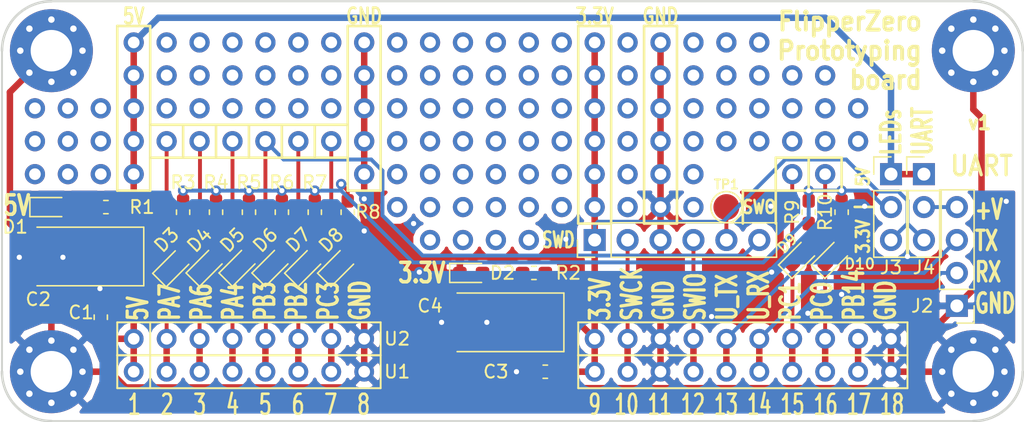
<source format=kicad_pcb>
(kicad_pcb (version 20171130) (host pcbnew 5.0.2-bee76a0~70~ubuntu18.04.1)
  (layers (0 F.Cu signal) (31 B.Cu signal) (34 B.Paste user) (35 F.Paste user) (36 B.SilkS user) (37 F.SilkS user) (38 B.Mask user) (39 F.Mask user) (44 Edge.Cuts user))
  (net 0 "")
  (net 1 /5V)
  (net 2 /3.3V)
  (net 3 GND)
  (net 4 "Net-(D1-Pad2)")
  (net 5 "Net-(J1-Pad5)")
  (net 6 /PB14)
  (net 7 /PC0)
  (net 8 /PC1)
  (net 9 /UART_RX)
  (net 10 /UART_TX)
  (net 11 /SWDIO)
  (net 12 /SWCLK)
  (net 13 /PC3)
  (net 14 /PB2)
  (net 15 /SWO)
  (net 16 /PA4)
  (net 17 /PA6)
  (net 18 /PA7)
  (net 19 "Net-(D2-Pad2)")
  (net 20 "Net-(D3-Pad2)")
  (net 21 "Net-(J3-Pad2)")
  (net 22 "Net-(D4-Pad2)")
  (net 23 "Net-(D5-Pad2)")
  (net 24 "Net-(D6-Pad2)")
  (net 25 "Net-(D7-Pad2)")
  (net 26 "Net-(D8-Pad2)")
  (net 27 "Net-(D9-Pad2)")
  (net 28 "Net-(D10-Pad2)")
  (net 29 "Net-(J2-Pad4)")
  (module lomalkin_kicad_footprints:Flipper-SolderPad (layer F.Cu) (at 93.98 66.04)
    (fp_text reference X1 hide)
    (fp_text value SolderPad hide)
    (pad 1 thru_hole circle (at 0 0) (size 1.56 1.56) (drill 0.9) (layers *.Cu *.Mask))
  )
  (module lomalkin_kicad_footprints:Flipper-SolderPad (layer F.Cu) (at 91.44 66.04)
    (fp_text reference X1 hide)
    (fp_text value SolderPad hide)
    (pad 1 thru_hole circle (at 0 0) (size 1.56 1.56) (drill 0.9) (layers *.Cu *.Mask))
  )
  (module lomalkin_kicad_footprints:Flipper-SolderPad (layer F.Cu) (at 88.9 66.04)
    (fp_text reference X1 hide)
    (fp_text value SolderPad hide)
    (pad 1 thru_hole circle (at 0 0) (size 1.56 1.56) (drill 0.9) (layers *.Cu *.Mask))
  )
  (module lomalkin_kicad_footprints:Flipper-SolderPad (layer F.Cu) (at 86.36 66.04)
    (fp_text reference X1 hide)
    (fp_text value SolderPad hide)
    (pad 1 thru_hole circle (at 0 0) (size 1.56 1.56) (drill 0.9) (layers *.Cu *.Mask))
  )
  (module lomalkin_kicad_footprints:Flipper-SolderPad (layer F.Cu) (at 101.6 63.5)
    (fp_text reference X1 hide)
    (fp_text value SolderPad hide)
    (pad 1 thru_hole circle (at 0 0) (size 1.56 1.56) (drill 0.9) (layers *.Cu *.Mask))
  )
  (module lomalkin_kicad_footprints:Flipper-SolderPad (layer F.Cu) (at 101.6 60.96)
    (fp_text reference X1 hide)
    (fp_text value SolderPad hide)
    (pad 1 thru_hole circle (at 0 0) (size 1.56 1.56) (drill 0.9) (layers *.Cu *.Mask))
  )
  (module lomalkin_kicad_footprints:Flipper-SolderPad (layer F.Cu) (at 101.6 53.34)
    (fp_text reference X1 hide)
    (fp_text value SolderPad hide)
    (pad 1 thru_hole circle (at 0 0) (size 1.56 1.56) (drill 0.9) (layers *.Cu *.Mask))
  )
  (module lomalkin_kicad_footprints:Flipper-SolderPad (layer F.Cu) (at 101.6 58.42)
    (fp_text reference X1 hide)
    (fp_text value SolderPad hide)
    (pad 1 thru_hole circle (at 0 0) (size 1.56 1.56) (drill 0.9) (layers *.Cu *.Mask))
  )
  (module lomalkin_kicad_footprints:Flipper-SolderPad (layer F.Cu) (at 101.6 55.88)
    (fp_text reference X1 hide)
    (fp_text value SolderPad hide)
    (pad 1 thru_hole circle (at 0 0) (size 1.56 1.56) (drill 0.9) (layers *.Cu *.Mask))
  )
  (module lomalkin_kicad_footprints:Flipper-SolderPad (layer F.Cu) (at 101.6 50.8)
    (fp_text reference X1 hide)
    (fp_text value SolderPad hide)
    (pad 1 thru_hole circle (at 0 0) (size 1.56 1.56) (drill 0.9) (layers *.Cu *.Mask))
  )
  (module lomalkin_kicad_footprints:Flipper-SolderPad (layer F.Cu) (at 55.88 60.96)
    (fp_text reference X1 hide)
    (fp_text value SolderPad hide)
    (pad 1 thru_hole circle (at 0 0) (size 1.56 1.56) (drill 0.9) (layers *.Cu *.Mask))
  )
  (module lomalkin_kicad_footprints:Flipper-SolderPad (layer F.Cu) (at 60.96 58.42)
    (fp_text reference X1 hide)
    (fp_text value SolderPad hide)
    (pad 1 thru_hole circle (at 0 0) (size 1.56 1.56) (drill 0.9) (layers *.Cu *.Mask))
  )
  (module lomalkin_kicad_footprints:Flipper-SolderPad (layer F.Cu) (at 60.96 60.96)
    (fp_text reference X1 hide)
    (fp_text value SolderPad hide)
    (pad 1 thru_hole circle (at 0 0) (size 1.56 1.56) (drill 0.9) (layers *.Cu *.Mask))
  )
  (module lomalkin_kicad_footprints:Flipper-SolderPad (layer F.Cu) (at 60.96 55.88)
    (fp_text reference X1 hide)
    (fp_text value SolderPad hide)
    (pad 1 thru_hole circle (at 0 0) (size 1.56 1.56) (drill 0.9) (layers *.Cu *.Mask))
  )
  (module lomalkin_kicad_footprints:Flipper-SolderPad (layer F.Cu) (at 58.42 58.42)
    (fp_text reference X1 hide)
    (fp_text value SolderPad hide)
    (pad 1 thru_hole circle (at 0 0) (size 1.56 1.56) (drill 0.9) (layers *.Cu *.Mask))
  )
  (module lomalkin_kicad_footprints:Flipper-SolderPad (layer F.Cu) (at 58.42 60.96)
    (fp_text reference X1 hide)
    (fp_text value SolderPad hide)
    (pad 1 thru_hole circle (at 0 0) (size 1.56 1.56) (drill 0.9) (layers *.Cu *.Mask))
  )
  (module lomalkin_kicad_footprints:Flipper-SolderPad (layer F.Cu) (at 55.88 55.88)
    (fp_text reference X1 hide)
    (fp_text value SolderPad hide)
    (pad 1 thru_hole circle (at 0 0) (size 1.56 1.56) (drill 0.9) (layers *.Cu *.Mask))
  )
  (module lomalkin_kicad_footprints:Flipper-SolderPad (layer F.Cu) (at 55.88 58.42)
    (fp_text reference X1 hide)
    (fp_text value SolderPad hide)
    (pad 1 thru_hole circle (at 0 0) (size 1.56 1.56) (drill 0.9) (layers *.Cu *.Mask))
  )
  (module lomalkin_kicad_footprints:Flipper-SolderPad (layer F.Cu) (at 58.42 55.88)
    (fp_text reference X1 hide)
    (fp_text value SolderPad hide)
    (pad 1 thru_hole circle (at 0 0) (size 1.56 1.56) (drill 0.9) (layers *.Cu *.Mask))
  )
  (module lomalkin_kicad_footprints:Flipper-SolderPad (layer F.Cu) (at 78.74 50.8)
    (fp_text reference X1 hide)
    (fp_text value SolderPad hide)
    (pad 1 thru_hole circle (at 0 0) (size 1.56 1.56) (drill 0.9) (layers *.Cu *.Mask))
  )
  (module lomalkin_kicad_footprints:Flipper-SolderPad (layer F.Cu) (at 71.12 50.8)
    (fp_text reference X1 hide)
    (fp_text value SolderPad hide)
    (pad 1 thru_hole circle (at 0 0) (size 1.56 1.56) (drill 0.9) (layers *.Cu *.Mask))
  )
  (module lomalkin_kicad_footprints:Flipper-SolderPad (layer F.Cu) (at 76.2 50.8)
    (fp_text reference X1 hide)
    (fp_text value SolderPad hide)
    (pad 1 thru_hole circle (at 0 0) (size 1.56 1.56) (drill 0.9) (layers *.Cu *.Mask))
  )
  (module lomalkin_kicad_footprints:Flipper-SolderPad (layer F.Cu) (at 73.66 50.8)
    (fp_text reference X1 hide)
    (fp_text value SolderPad hide)
    (pad 1 thru_hole circle (at 0 0) (size 1.56 1.56) (drill 0.9) (layers *.Cu *.Mask))
  )
  (module lomalkin_kicad_footprints:Flipper-SolderPad (layer F.Cu) (at 68.58 50.8)
    (fp_text reference X1 hide)
    (fp_text value SolderPad hide)
    (pad 1 thru_hole circle (at 0 0) (size 1.56 1.56) (drill 0.9) (layers *.Cu *.Mask))
  )
  (module lomalkin_kicad_footprints:Flipper-SolderPad (layer F.Cu) (at 66.04 50.8)
    (fp_text reference X1 hide)
    (fp_text value SolderPad hide)
    (pad 1 thru_hole circle (at 0 0) (size 1.56 1.56) (drill 0.9) (layers *.Cu *.Mask))
  )
  (module lomalkin_kicad_footprints:Flipper-SolderPad (layer F.Cu) (at 78.74 53.34)
    (fp_text reference X1 hide)
    (fp_text value SolderPad hide)
    (pad 1 thru_hole circle (at 0 0) (size 1.56 1.56) (drill 0.9) (layers *.Cu *.Mask))
  )
  (module lomalkin_kicad_footprints:Flipper-SolderPad (layer F.Cu) (at 66.04 53.34)
    (fp_text reference X1 hide)
    (fp_text value SolderPad hide)
    (pad 1 thru_hole circle (at 0 0) (size 1.56 1.56) (drill 0.9) (layers *.Cu *.Mask))
  )
  (module lomalkin_kicad_footprints:Flipper-SolderPad (layer F.Cu) (at 71.12 53.34)
    (fp_text reference X1 hide)
    (fp_text value SolderPad hide)
    (pad 1 thru_hole circle (at 0 0) (size 1.56 1.56) (drill 0.9) (layers *.Cu *.Mask))
  )
  (module lomalkin_kicad_footprints:Flipper-SolderPad (layer F.Cu) (at 73.66 53.34)
    (fp_text reference X1 hide)
    (fp_text value SolderPad hide)
    (pad 1 thru_hole circle (at 0 0) (size 1.56 1.56) (drill 0.9) (layers *.Cu *.Mask))
  )
  (module lomalkin_kicad_footprints:Flipper-SolderPad (layer F.Cu) (at 68.58 53.34)
    (fp_text reference X1 hide)
    (fp_text value SolderPad hide)
    (pad 1 thru_hole circle (at 0 0) (size 1.56 1.56) (drill 0.9) (layers *.Cu *.Mask))
  )
  (module lomalkin_kicad_footprints:Flipper-SolderPad (layer F.Cu) (at 76.2 53.34)
    (fp_text reference X1 hide)
    (fp_text value SolderPad hide)
    (pad 1 thru_hole circle (at 0 0) (size 1.56 1.56) (drill 0.9) (layers *.Cu *.Mask))
  )
  (module lomalkin_kicad_footprints:Flipper-SolderPad (layer F.Cu) (at 66.04 55.88)
    (fp_text reference X1 hide)
    (fp_text value SolderPad hide)
    (pad 1 thru_hole circle (at 0 0) (size 1.56 1.56) (drill 0.9) (layers *.Cu *.Mask))
  )
  (module lomalkin_kicad_footprints:Flipper-SolderPad (layer F.Cu) (at 68.58 55.88)
    (fp_text reference X1 hide)
    (fp_text value SolderPad hide)
    (pad 1 thru_hole circle (at 0 0) (size 1.56 1.56) (drill 0.9) (layers *.Cu *.Mask))
  )
  (module lomalkin_kicad_footprints:Flipper-SolderPad (layer F.Cu) (at 71.12 55.88)
    (fp_text reference X1 hide)
    (fp_text value SolderPad hide)
    (pad 1 thru_hole circle (at 0 0) (size 1.56 1.56) (drill 0.9) (layers *.Cu *.Mask))
  )
  (module lomalkin_kicad_footprints:Flipper-SolderPad (layer F.Cu) (at 73.66 55.88)
    (fp_text reference X1 hide)
    (fp_text value SolderPad hide)
    (pad 1 thru_hole circle (at 0 0) (size 1.56 1.56) (drill 0.9) (layers *.Cu *.Mask))
  )
  (module lomalkin_kicad_footprints:Flipper-SolderPad (layer F.Cu) (at 76.2 55.88)
    (fp_text reference X1 hide)
    (fp_text value SolderPad hide)
    (pad 1 thru_hole circle (at 0 0) (size 1.56 1.56) (drill 0.9) (layers *.Cu *.Mask))
  )
  (module lomalkin_kicad_footprints:Flipper-SolderPad (layer F.Cu) (at 78.74 55.88)
    (fp_text reference X1 hide)
    (fp_text value SolderPad hide)
    (pad 1 thru_hole circle (at 0 0) (size 1.56 1.56) (drill 0.9) (layers *.Cu *.Mask))
  )
  (module lomalkin_kicad_footprints:Flipper-SolderPad (layer F.Cu) (at 96.52 50.8)
    (fp_text reference X1 hide)
    (fp_text value SolderPad hide)
    (pad 1 thru_hole circle (at 0 0) (size 1.56 1.56) (drill 0.9) (layers *.Cu *.Mask))
  )
  (module lomalkin_kicad_footprints:Flipper-SolderPad (layer F.Cu) (at 96.52 60.96)
    (fp_text reference X1 hide)
    (fp_text value SolderPad hide)
    (pad 1 thru_hole circle (at 0 0) (size 1.56 1.56) (drill 0.9) (layers *.Cu *.Mask))
  )
  (module lomalkin_kicad_footprints:Flipper-SolderPad (layer F.Cu) (at 96.52 53.34)
    (fp_text reference X1 hide)
    (fp_text value SolderPad hide)
    (pad 1 thru_hole circle (at 0 0) (size 1.56 1.56) (drill 0.9) (layers *.Cu *.Mask))
  )
  (module lomalkin_kicad_footprints:Flipper-SolderPad (layer F.Cu) (at 96.52 55.88)
    (fp_text reference X1 hide)
    (fp_text value SolderPad hide)
    (pad 1 thru_hole circle (at 0 0) (size 1.56 1.56) (drill 0.9) (layers *.Cu *.Mask))
  )
  (module lomalkin_kicad_footprints:Flipper-SolderPad (layer F.Cu) (at 96.52 63.5)
    (fp_text reference X1 hide)
    (fp_text value SolderPad hide)
    (pad 1 thru_hole circle (at 0 0) (size 1.56 1.56) (drill 0.9) (layers *.Cu *.Mask))
  )
  (module lomalkin_kicad_footprints:Flipper-SolderPad (layer F.Cu) (at 96.52 58.42)
    (fp_text reference X1 hide)
    (fp_text value SolderPad hide)
    (pad 1 thru_hole circle (at 0 0) (size 1.56 1.56) (drill 0.9) (layers *.Cu *.Mask))
  )
  (module lomalkin_kicad_footprints:Flipper-SolderPad (layer F.Cu) (at 93.98 50.8)
    (fp_text reference X1 hide)
    (fp_text value SolderPad hide)
    (pad 1 thru_hole circle (at 0 0) (size 1.56 1.56) (drill 0.9) (layers *.Cu *.Mask))
  )
  (module lomalkin_kicad_footprints:Flipper-SolderPad (layer F.Cu) (at 93.98 58.42)
    (fp_text reference X1 hide)
    (fp_text value SolderPad hide)
    (pad 1 thru_hole circle (at 0 0) (size 1.56 1.56) (drill 0.9) (layers *.Cu *.Mask))
  )
  (module lomalkin_kicad_footprints:Flipper-SolderPad (layer F.Cu) (at 93.98 55.88)
    (fp_text reference X1 hide)
    (fp_text value SolderPad hide)
    (pad 1 thru_hole circle (at 0 0) (size 1.56 1.56) (drill 0.9) (layers *.Cu *.Mask))
  )
  (module lomalkin_kicad_footprints:Flipper-SolderPad (layer F.Cu) (at 93.98 53.34)
    (fp_text reference X1 hide)
    (fp_text value SolderPad hide)
    (pad 1 thru_hole circle (at 0 0) (size 1.56 1.56) (drill 0.9) (layers *.Cu *.Mask))
  )
  (module lomalkin_kicad_footprints:Flipper-SolderPad (layer F.Cu) (at 93.98 63.5)
    (fp_text reference X1 hide)
    (fp_text value SolderPad hide)
    (pad 1 thru_hole circle (at 0 0) (size 1.56 1.56) (drill 0.9) (layers *.Cu *.Mask))
  )
  (module lomalkin_kicad_footprints:Flipper-SolderPad (layer F.Cu) (at 93.98 60.96)
    (fp_text reference X1 hide)
    (fp_text value SolderPad hide)
    (pad 1 thru_hole circle (at 0 0) (size 1.56 1.56) (drill 0.9) (layers *.Cu *.Mask))
  )
  (module lomalkin_kicad_footprints:Flipper-SolderPad (layer F.Cu) (at 91.44 58.42)
    (fp_text reference X1 hide)
    (fp_text value SolderPad hide)
    (pad 1 thru_hole circle (at 0 0) (size 1.56 1.56) (drill 0.9) (layers *.Cu *.Mask))
  )
  (module lomalkin_kicad_footprints:Flipper-SolderPad (layer F.Cu) (at 91.44 63.5)
    (fp_text reference X1 hide)
    (fp_text value SolderPad hide)
    (pad 1 thru_hole circle (at 0 0) (size 1.56 1.56) (drill 0.9) (layers *.Cu *.Mask))
  )
  (module lomalkin_kicad_footprints:Flipper-SolderPad (layer F.Cu) (at 91.44 60.96)
    (fp_text reference X1 hide)
    (fp_text value SolderPad hide)
    (pad 1 thru_hole circle (at 0 0) (size 1.56 1.56) (drill 0.9) (layers *.Cu *.Mask))
  )
  (module lomalkin_kicad_footprints:Flipper-SolderPad (layer F.Cu) (at 91.44 55.88)
    (fp_text reference X1 hide)
    (fp_text value SolderPad hide)
    (pad 1 thru_hole circle (at 0 0) (size 1.56 1.56) (drill 0.9) (layers *.Cu *.Mask))
  )
  (module lomalkin_kicad_footprints:Flipper-SolderPad (layer F.Cu) (at 91.44 50.8)
    (fp_text reference X1 hide)
    (fp_text value SolderPad hide)
    (pad 1 thru_hole circle (at 0 0) (size 1.56 1.56) (drill 0.9) (layers *.Cu *.Mask))
  )
  (module lomalkin_kicad_footprints:Flipper-SolderPad (layer F.Cu) (at 91.44 53.34)
    (fp_text reference X1 hide)
    (fp_text value SolderPad hide)
    (pad 1 thru_hole circle (at 0 0) (size 1.56 1.56) (drill 0.9) (layers *.Cu *.Mask))
  )
  (module lomalkin_kicad_footprints:Flipper-SolderPad (layer F.Cu) (at 88.9 50.8)
    (fp_text reference X1 hide)
    (fp_text value SolderPad hide)
    (pad 1 thru_hole circle (at 0 0) (size 1.56 1.56) (drill 0.9) (layers *.Cu *.Mask))
  )
  (module lomalkin_kicad_footprints:Flipper-SolderPad (layer F.Cu) (at 88.9 60.96)
    (fp_text reference X1 hide)
    (fp_text value SolderPad hide)
    (pad 1 thru_hole circle (at 0 0) (size 1.56 1.56) (drill 0.9) (layers *.Cu *.Mask))
  )
  (module lomalkin_kicad_footprints:Flipper-SolderPad (layer F.Cu) (at 88.9 53.34)
    (fp_text reference X1 hide)
    (fp_text value SolderPad hide)
    (pad 1 thru_hole circle (at 0 0) (size 1.56 1.56) (drill 0.9) (layers *.Cu *.Mask))
  )
  (module lomalkin_kicad_footprints:Flipper-SolderPad (layer F.Cu) (at 88.9 63.5)
    (fp_text reference X1 hide)
    (fp_text value SolderPad hide)
    (pad 1 thru_hole circle (at 0 0) (size 1.56 1.56) (drill 0.9) (layers *.Cu *.Mask))
  )
  (module lomalkin_kicad_footprints:Flipper-SolderPad (layer F.Cu) (at 88.9 55.88)
    (fp_text reference X1 hide)
    (fp_text value SolderPad hide)
    (pad 1 thru_hole circle (at 0 0) (size 1.56 1.56) (drill 0.9) (layers *.Cu *.Mask))
  )
  (module lomalkin_kicad_footprints:Flipper-SolderPad (layer F.Cu) (at 88.9 58.42)
    (fp_text reference X1 hide)
    (fp_text value SolderPad hide)
    (pad 1 thru_hole circle (at 0 0) (size 1.56 1.56) (drill 0.9) (layers *.Cu *.Mask))
  )
  (module lomalkin_kicad_footprints:Flipper-SolderPad (layer F.Cu) (at 86.36 50.8)
    (fp_text reference X1 hide)
    (fp_text value SolderPad hide)
    (pad 1 thru_hole circle (at 0 0) (size 1.56 1.56) (drill 0.9) (layers *.Cu *.Mask))
  )
  (module lomalkin_kicad_footprints:Flipper-SolderPad (layer F.Cu) (at 86.36 53.34)
    (fp_text reference X1 hide)
    (fp_text value SolderPad hide)
    (pad 1 thru_hole circle (at 0 0) (size 1.56 1.56) (drill 0.9) (layers *.Cu *.Mask))
  )
  (module lomalkin_kicad_footprints:Flipper-SolderPad (layer F.Cu) (at 86.36 58.42)
    (fp_text reference X1 hide)
    (fp_text value SolderPad hide)
    (pad 1 thru_hole circle (at 0 0) (size 1.56 1.56) (drill 0.9) (layers *.Cu *.Mask))
  )
  (module lomalkin_kicad_footprints:Flipper-SolderPad (layer F.Cu) (at 86.36 63.5)
    (fp_text reference X1 hide)
    (fp_text value SolderPad hide)
    (pad 1 thru_hole circle (at 0 0) (size 1.56 1.56) (drill 0.9) (layers *.Cu *.Mask))
  )
  (module lomalkin_kicad_footprints:Flipper-SolderPad (layer F.Cu) (at 86.36 60.96)
    (fp_text reference X1 hide)
    (fp_text value SolderPad hide)
    (pad 1 thru_hole circle (at 0 0) (size 1.56 1.56) (drill 0.9) (layers *.Cu *.Mask))
  )
  (module lomalkin_kicad_footprints:Flipper-SolderPad (layer F.Cu) (at 86.36 55.88)
    (fp_text reference X1 hide)
    (fp_text value SolderPad hide)
    (pad 1 thru_hole circle (at 0 0) (size 1.56 1.56) (drill 0.9) (layers *.Cu *.Mask))
  )
  (module lomalkin_kicad_footprints:Flipper-SolderPad (layer F.Cu) (at 83.82 50.8)
    (fp_text reference X1 hide)
    (fp_text value SolderPad hide)
    (pad 1 thru_hole circle (at 0 0) (size 1.56 1.56) (drill 0.9) (layers *.Cu *.Mask))
  )
  (module lomalkin_kicad_footprints:Flipper-SolderPad (layer F.Cu) (at 83.82 53.34)
    (fp_text reference X1 hide)
    (fp_text value SolderPad hide)
    (pad 1 thru_hole circle (at 0 0) (size 1.56 1.56) (drill 0.9) (layers *.Cu *.Mask))
  )
  (module lomalkin_kicad_footprints:Flipper-SolderPad (layer F.Cu) (at 83.82 55.88)
    (fp_text reference X1 hide)
    (fp_text value SolderPad hide)
    (pad 1 thru_hole circle (at 0 0) (size 1.56 1.56) (drill 0.9) (layers *.Cu *.Mask))
  )
  (module lomalkin_kicad_footprints:Flipper-SolderPad (layer F.Cu) (at 83.82 58.42)
    (fp_text reference X1 hide)
    (fp_text value SolderPad hide)
    (pad 1 thru_hole circle (at 0 0) (size 1.56 1.56) (drill 0.9) (layers *.Cu *.Mask))
  )
  (module lomalkin_kicad_footprints:Flipper-SolderPad (layer F.Cu) (at 83.82 60.96)
    (fp_text reference X1 hide)
    (fp_text value SolderPad hide)
    (pad 1 thru_hole circle (at 0 0) (size 1.56 1.56) (drill 0.9) (layers *.Cu *.Mask))
  )
  (module lomalkin_kicad_footprints:Flipper-SolderPad (layer F.Cu) (at 83.82 63.5)
    (fp_text reference X1 hide)
    (fp_text value SolderPad hide)
    (pad 1 thru_hole circle (at 0 0) (size 1.56 1.56) (drill 0.9) (layers *.Cu *.Mask))
  )
  (module lomalkin_kicad_footprints:Flipper-SolderPad (layer F.Cu) (at 111.76 50.8)
    (fp_text reference X1 hide)
    (fp_text value SolderPad hide)
    (pad 1 thru_hole circle (at 0 0) (size 1.56 1.56) (drill 0.9) (layers *.Cu *.Mask))
  )
  (module lomalkin_kicad_footprints:Flipper-SolderPad (layer F.Cu) (at 119.38 58.42)
    (fp_text reference X1 hide)
    (fp_text value SolderPad hide)
    (pad 1 thru_hole circle (at 0 0) (size 1.56 1.56) (drill 0.9) (layers *.Cu *.Mask))
  )
  (module lomalkin_kicad_footprints:Flipper-SolderPad (layer F.Cu) (at 116.84 53.34)
    (fp_text reference X1 hide)
    (fp_text value SolderPad hide)
    (pad 1 thru_hole circle (at 0 0) (size 1.56 1.56) (drill 0.9) (layers *.Cu *.Mask))
  )
  (module lomalkin_kicad_footprints:Flipper-SolderPad (layer F.Cu) (at 114.3 53.34)
    (fp_text reference X1 hide)
    (fp_text value SolderPad hide)
    (pad 1 thru_hole circle (at 0 0) (size 1.56 1.56) (drill 0.9) (layers *.Cu *.Mask))
  )
  (module lomalkin_kicad_footprints:Flipper-SolderPad (layer F.Cu) (at 116.84 58.42)
    (fp_text reference X1 hide)
    (fp_text value SolderPad hide)
    (pad 1 thru_hole circle (at 0 0) (size 1.56 1.56) (drill 0.9) (layers *.Cu *.Mask))
  )
  (module lomalkin_kicad_footprints:Flipper-SolderPad (layer F.Cu) (at 119.38 55.88)
    (fp_text reference X1 hide)
    (fp_text value SolderPad hide)
    (pad 1 thru_hole circle (at 0 0) (size 1.56 1.56) (drill 0.9) (layers *.Cu *.Mask))
  )
  (module lomalkin_kicad_footprints:Flipper-SolderPad (layer F.Cu) (at 114.3 58.42)
    (fp_text reference X1 hide)
    (fp_text value SolderPad hide)
    (pad 1 thru_hole circle (at 0 0) (size 1.56 1.56) (drill 0.9) (layers *.Cu *.Mask))
  )
  (module lomalkin_kicad_footprints:Flipper-SolderPad (layer F.Cu) (at 114.3 55.88)
    (fp_text reference X1 hide)
    (fp_text value SolderPad hide)
    (pad 1 thru_hole circle (at 0 0) (size 1.56 1.56) (drill 0.9) (layers *.Cu *.Mask))
  )
  (module lomalkin_kicad_footprints:Flipper-SolderPad (layer F.Cu) (at 116.84 55.88)
    (fp_text reference X1 hide)
    (fp_text value SolderPad hide)
    (pad 1 thru_hole circle (at 0 0) (size 1.56 1.56) (drill 0.9) (layers *.Cu *.Mask))
  )
  (module lomalkin_kicad_footprints:Flipper-SolderPad (layer F.Cu) (at 106.68 60.96)
    (fp_text reference X1 hide)
    (fp_text value SolderPad hide)
    (pad 1 thru_hole circle (at 0 0) (size 1.56 1.56) (drill 0.9) (layers *.Cu *.Mask))
  )
  (module lomalkin_kicad_footprints:Flipper-SolderPad (layer F.Cu) (at 106.68 63.5)
    (fp_text reference X1 hide)
    (fp_text value SolderPad hide)
    (pad 1 thru_hole circle (at 0 0) (size 1.56 1.56) (drill 0.9) (layers *.Cu *.Mask))
  )
  (module lomalkin_kicad_footprints:Flipper-SolderPad (layer F.Cu) (at 111.76 58.42)
    (fp_text reference X1 hide)
    (fp_text value SolderPad hide)
    (pad 1 thru_hole circle (at 0 0) (size 1.56 1.56) (drill 0.9) (layers *.Cu *.Mask))
  )
  (module lomalkin_kicad_footprints:Flipper-SolderPad (layer F.Cu) (at 109.22 58.42)
    (fp_text reference X1 hide)
    (fp_text value SolderPad hide)
    (pad 1 thru_hole circle (at 0 0) (size 1.56 1.56) (drill 0.9) (layers *.Cu *.Mask))
  )
  (module lomalkin_kicad_footprints:Flipper-SolderPad (layer F.Cu) (at 106.68 58.42)
    (fp_text reference X1 hide)
    (fp_text value SolderPad hide)
    (pad 1 thru_hole circle (at 0 0) (size 1.56 1.56) (drill 0.9) (layers *.Cu *.Mask))
  )
  (module lomalkin_kicad_footprints:Flipper-SolderPad (layer F.Cu) (at 109.22 55.88)
    (fp_text reference X1 hide)
    (fp_text value SolderPad hide)
    (pad 1 thru_hole circle (at 0 0) (size 1.56 1.56) (drill 0.9) (layers *.Cu *.Mask))
  )
  (module lomalkin_kicad_footprints:Flipper-SolderPad (layer F.Cu) (at 106.68 55.88)
    (fp_text reference X1 hide)
    (fp_text value SolderPad hide)
    (pad 1 thru_hole circle (at 0 0) (size 1.56 1.56) (drill 0.9) (layers *.Cu *.Mask))
  )
  (module lomalkin_kicad_footprints:Flipper-SolderPad (layer F.Cu) (at 106.68 50.8)
    (fp_text reference X1 hide)
    (fp_text value SolderPad hide)
    (pad 1 thru_hole circle (at 0 0) (size 1.56 1.56) (drill 0.9) (layers *.Cu *.Mask))
  )
  (module lomalkin_kicad_footprints:Flipper-SolderPad (layer F.Cu) (at 106.68 53.34)
    (fp_text reference X1 hide)
    (fp_text value SolderPad hide)
    (pad 1 thru_hole circle (at 0 0) (size 1.56 1.56) (drill 0.9) (layers *.Cu *.Mask))
  )
  (module lomalkin_kicad_footprints:Flipper-SolderPad (layer F.Cu) (at 109.22 53.34)
    (fp_text reference X1 hide)
    (fp_text value SolderPad hide)
    (pad 1 thru_hole circle (at 0 0) (size 1.56 1.56) (drill 0.9) (layers *.Cu *.Mask))
  )
  (module lomalkin_kicad_footprints:Flipper-SolderPad (layer F.Cu) (at 109.22 50.8)
    (fp_text reference X1 hide)
    (fp_text value SolderPad hide)
    (pad 1 thru_hole circle (at 0 0) (size 1.56 1.56) (drill 0.9) (layers *.Cu *.Mask))
  )
  (module lomalkin_kicad_footprints:Flipper-SolderPad (layer F.Cu) (at 111.76 53.34)
    (fp_text reference X1 hide)
    (fp_text value SolderPad hide)
    (pad 1 thru_hole circle (at 0 0) (size 1.56 1.56) (drill 0.9) (layers *.Cu *.Mask))
  )
  (module lomalkin_kicad_footprints:Flipper-SolderPad (layer F.Cu) (at 81.28 58.42)
    (fp_text reference X30 hide)
    (fp_text value SolderPad hide)
    (pad 1 thru_hole circle (at 0 0) (size 1.56 1.56) (drill 0.9) (layers *.Cu *.Mask) (net 3 GND))
  )
  (module lomalkin_kicad_footprints:Flipper-SolderPad (layer F.Cu) (at 81.28 55.88)
    (fp_text reference X31 hide)
    (fp_text value SolderPad hide)
    (pad 1 thru_hole circle (at 0 0) (size 1.56 1.56) (drill 0.9) (layers *.Cu *.Mask) (net 3 GND))
  )
  (module lomalkin_kicad_footprints:Flipper-SolderPad (layer F.Cu) (at 81.28 60.96)
    (fp_text reference X27 hide)
    (fp_text value SolderPad hide)
    (pad 1 thru_hole circle (at 0 0) (size 1.56 1.56) (drill 0.9) (layers *.Cu *.Mask) (net 3 GND))
  )
  (module lomalkin_kicad_footprints:Flipper-SolderPad (layer F.Cu) (at 81.28 50.8)
    (fp_text reference X28 hide)
    (fp_text value SolderPad hide)
    (pad 1 thru_hole circle (at 0 0) (size 1.56 1.56) (drill 0.9) (layers *.Cu *.Mask) (net 3 GND))
  )
  (module lomalkin_kicad_footprints:Flipper-SolderPad (layer F.Cu) (at 81.28 53.34)
    (fp_text reference X29 hide)
    (fp_text value SolderPad hide)
    (pad 1 thru_hole circle (at 0 0) (size 1.56 1.56) (drill 0.9) (layers *.Cu *.Mask) (net 3 GND))
  )
  (module lomalkin_kicad_footprints:Flipper-SolderPad (layer F.Cu) (at 104.14 50.8)
    (fp_text reference X26 hide)
    (fp_text value SolderPad hide)
    (pad 1 thru_hole circle (at 0 0) (size 1.56 1.56) (drill 0.9) (layers *.Cu *.Mask) (net 3 GND))
  )
  (module lomalkin_kicad_footprints:Flipper-SolderPad (layer F.Cu) (at 104.14 53.34)
    (fp_text reference X25 hide)
    (fp_text value SolderPad hide)
    (pad 1 thru_hole circle (at 0 0) (size 1.56 1.56) (drill 0.9) (layers *.Cu *.Mask) (net 3 GND))
  )
  (module lomalkin_kicad_footprints:Flipper-SolderPad (layer F.Cu) (at 104.14 60.96)
    (fp_text reference X21 hide)
    (fp_text value SolderPad hide)
    (pad 1 thru_hole circle (at 0 0) (size 1.56 1.56) (drill 0.9) (layers *.Cu *.Mask) (net 3 GND))
  )
  (module lomalkin_kicad_footprints:Flipper-SolderPad (layer F.Cu) (at 104.14 55.88)
    (fp_text reference X22 hide)
    (fp_text value SolderPad hide)
    (pad 1 thru_hole circle (at 0 0) (size 1.56 1.56) (drill 0.9) (layers *.Cu *.Mask) (net 3 GND))
  )
  (module lomalkin_kicad_footprints:Flipper-SolderPad (layer F.Cu) (at 104.14 63.5)
    (fp_text reference X23 hide)
    (fp_text value SolderPad hide)
    (pad 1 thru_hole circle (at 0 0) (size 1.56 1.56) (drill 0.9) (layers *.Cu *.Mask) (net 3 GND))
  )
  (module lomalkin_kicad_footprints:Flipper-SolderPad (layer F.Cu) (at 104.14 58.42)
    (fp_text reference X24 hide)
    (fp_text value SolderPad hide)
    (pad 1 thru_hole circle (at 0 0) (size 1.56 1.56) (drill 0.9) (layers *.Cu *.Mask) (net 3 GND))
  )
  (module lomalkin_kicad_footprints:Flipper-SolderPad (layer F.Cu) (at 111.76 55.88)
    (fp_text reference X1 hide)
    (fp_text value SolderPad hide)
    (pad 1 thru_hole circle (at 0 0) (size 1.56 1.56) (drill 0.9) (layers *.Cu *.Mask))
  )
  (module lomalkin_kicad_footprints:Flipper-SolderPad (layer F.Cu) (at 99.06 58.42)
    (fp_text reference X15 hide)
    (fp_text value SolderPad hide)
    (pad 1 thru_hole circle (at 0 0) (size 1.56 1.56) (drill 0.9) (layers *.Cu *.Mask) (net 2 /3.3V))
  )
  (module lomalkin_kicad_footprints:Flipper-SolderPad (layer F.Cu) (at 99.06 60.96)
    (fp_text reference X16 hide)
    (fp_text value SolderPad hide)
    (pad 1 thru_hole circle (at 0 0) (size 1.56 1.56) (drill 0.9) (layers *.Cu *.Mask) (net 2 /3.3V))
  )
  (module lomalkin_kicad_footprints:Flipper-SolderPad (layer F.Cu) (at 99.06 55.88)
    (fp_text reference X17 hide)
    (fp_text value SolderPad hide)
    (pad 1 thru_hole circle (at 0 0) (size 1.56 1.56) (drill 0.9) (layers *.Cu *.Mask) (net 2 /3.3V))
  )
  (module lomalkin_kicad_footprints:Flipper-SolderPad (layer F.Cu) (at 99.06 63.5)
    (fp_text reference X18 hide)
    (fp_text value SolderPad hide)
    (pad 1 thru_hole circle (at 0 0) (size 1.56 1.56) (drill 0.9) (layers *.Cu *.Mask) (net 2 /3.3V))
  )
  (module lomalkin_kicad_footprints:Flipper-SolderPad (layer F.Cu) (at 99.06 53.34)
    (fp_text reference X19 hide)
    (fp_text value SolderPad hide)
    (pad 1 thru_hole circle (at 0 0) (size 1.56 1.56) (drill 0.9) (layers *.Cu *.Mask) (net 2 /3.3V))
  )
  (module lomalkin_kicad_footprints:Flipper-SolderPad (layer F.Cu) (at 99.06 50.8)
    (fp_text reference X20 hide)
    (fp_text value SolderPad hide)
    (pad 1 thru_hole circle (at 0 0) (size 1.56 1.56) (drill 0.9) (layers *.Cu *.Mask) (net 2 /3.3V))
  )
  (module lomalkin_kicad_footprints:Flipper-SolderPad (layer F.Cu) (at 63.5 60.96)
    (fp_text reference X14 hide)
    (fp_text value SolderPad hide)
    (pad 1 thru_hole circle (at 0 0) (size 1.56 1.56) (drill 0.9) (layers *.Cu *.Mask) (net 1 /5V))
  )
  (module lomalkin_kicad_footprints:Flipper-SolderPad (layer F.Cu) (at 63.5 55.88)
    (fp_text reference X10 hide)
    (fp_text value SolderPad hide)
    (pad 1 thru_hole circle (at 0 0) (size 1.56 1.56) (drill 0.9) (layers *.Cu *.Mask) (net 1 /5V))
  )
  (module lomalkin_kicad_footprints:Flipper-SolderPad (layer F.Cu) (at 63.5 58.42)
    (fp_text reference X11 hide)
    (fp_text value SolderPad hide)
    (pad 1 thru_hole circle (at 0 0) (size 1.56 1.56) (drill 0.9) (layers *.Cu *.Mask) (net 1 /5V))
  )
  (module lomalkin_kicad_footprints:Flipper-SolderPad (layer F.Cu) (at 63.5 50.8)
    (fp_text reference X12 hide)
    (fp_text value SolderPad hide)
    (pad 1 thru_hole circle (at 0 0) (size 1.56 1.56) (drill 0.9) (layers *.Cu *.Mask) (net 1 /5V))
  )
  (module lomalkin_kicad_footprints:Flipper-SolderPad (layer F.Cu) (at 63.5 53.34)
    (fp_text reference X13 hide)
    (fp_text value SolderPad hide)
    (pad 1 thru_hole circle (at 0 0) (size 1.56 1.56) (drill 0.9) (layers *.Cu *.Mask) (net 1 /5V))
  )
  (module lomalkin_kicad_footprints:Flipper-SolderPad (layer F.Cu) (at 116.84 60.96)
    (fp_text reference X9 hide)
    (fp_text value SolderPad hide)
    (pad 1 thru_hole circle (at 0 0) (size 1.56 1.56) (drill 0.9) (layers *.Cu *.Mask) (net 7 /PC0))
  )
  (module lomalkin_kicad_footprints:Flipper-SolderPad (layer F.Cu) (at 66.04 58.42)
    (fp_text reference X2 hide)
    (fp_text value SolderPad hide)
    (pad 1 thru_hole circle (at 0 0) (size 1.56 1.56) (drill 0.9) (layers *.Cu *.Mask) (net 18 /PA7))
  )
  (module lomalkin_kicad_footprints:Flipper-SolderPad (layer F.Cu) (at 68.58 58.42)
    (fp_text reference X3 hide)
    (fp_text value SolderPad hide)
    (pad 1 thru_hole circle (at 0 0) (size 1.56 1.56) (drill 0.9) (layers *.Cu *.Mask) (net 17 /PA6))
  )
  (module lomalkin_kicad_footprints:Flipper-SolderPad (layer F.Cu) (at 71.12 58.42)
    (fp_text reference X4 hide)
    (fp_text value SolderPad hide)
    (pad 1 thru_hole circle (at 0 0) (size 1.56 1.56) (drill 0.9) (layers *.Cu *.Mask) (net 16 /PA4))
  )
  (module lomalkin_kicad_footprints:Flipper-SolderPad (layer F.Cu) (at 76.2 58.42)
    (fp_text reference X6 hide)
    (fp_text value SolderPad hide)
    (pad 1 thru_hole circle (at 0 0) (size 1.56 1.56) (drill 0.9) (layers *.Cu *.Mask) (net 14 /PB2))
  )
  (module lomalkin_kicad_footprints:Flipper-SolderPad (layer F.Cu) (at 78.74 58.42)
    (fp_text reference X7 hide)
    (fp_text value SolderPad hide)
    (pad 1 thru_hole circle (at 0 0) (size 1.56 1.56) (drill 0.9) (layers *.Cu *.Mask) (net 13 /PC3))
  )
  (module lomalkin_kicad_footprints:Flipper-SolderPad (layer F.Cu) (at 114.3 60.96)
    (fp_text reference X8 hide)
    (fp_text value SolderPad hide)
    (pad 1 thru_hole circle (at 0 0) (size 1.56 1.56) (drill 0.9) (layers *.Cu *.Mask) (net 8 /PC1))
  )
  (module lomalkin_kicad_footprints:Flipper-SolderPad (layer F.Cu) (at 73.66 58.42)
    (fp_text reference X5 hide)
    (fp_text value SolderPad hide)
    (pad 1 thru_hole circle (at 0 0) (size 1.56 1.56) (drill 0.9) (layers *.Cu *.Mask) (net 15 /SWO))
  )
  (module lomalkin_kicad_footprints:FlipperZero (layer F.Cu) (at 90.17 73.66)
    (fp_text reference U2 (at -6.35 0) (layer F.SilkS))
    (fp_text value FlipperZero)
    (pad 18 thru_hole circle (at 31.75 0 270) (size 1.524 1.524) (drill 0.9) (layers *.Cu *.Mask) (net 3 GND))
    (pad 17 thru_hole circle (at 29.21 0 270) (size 1.524 1.524) (drill 0.9) (layers *.Cu *.Mask) (net 6 /PB14))
    (pad 16 thru_hole circle (at 26.67 0 270) (size 1.524 1.524) (drill 0.9) (layers *.Cu *.Mask) (net 7 /PC0))
    (pad 15 thru_hole circle (at 24.13 0 270) (size 1.524 1.524) (drill 0.9) (layers *.Cu *.Mask) (net 8 /PC1))
    (pad 14 thru_hole circle (at 21.59 0 270) (size 1.524 1.524) (drill 0.9) (layers *.Cu *.Mask) (net 9 /UART_RX))
    (pad 13 thru_hole circle (at 19.05 0 270) (size 1.524 1.524) (drill 0.9) (layers *.Cu *.Mask) (net 10 /UART_TX))
    (pad 12 thru_hole circle (at 16.51 0 270) (size 1.524 1.524) (drill 0.9) (layers *.Cu *.Mask) (net 11 /SWDIO))
    (pad 11 thru_hole circle (at 13.97 0 270) (size 1.524 1.524) (drill 0.9) (layers *.Cu *.Mask) (net 3 GND))
    (pad 10 thru_hole circle (at 11.43 0 270) (size 1.524 1.524) (drill 0.9) (layers *.Cu *.Mask) (net 12 /SWCLK))
    (pad 9 thru_hole circle (at 8.89 0 270) (size 1.524 1.524) (drill 0.9) (layers *.Cu *.Mask) (net 2 /3.3V))
    (pad 8 thru_hole circle (at -8.89 0 270) (size 1.524 1.524) (drill 0.9) (layers *.Cu *.Mask) (net 3 GND))
    (pad 7 thru_hole circle (at -11.43 0 270) (size 1.524 1.524) (drill 0.9) (layers *.Cu *.Mask) (net 13 /PC3))
    (pad 6 thru_hole circle (at -13.97 0 270) (size 1.524 1.524) (drill 0.9) (layers *.Cu *.Mask) (net 14 /PB2))
    (pad 5 thru_hole circle (at -16.51 0 270) (size 1.524 1.524) (drill 0.9) (layers *.Cu *.Mask) (net 15 /SWO))
    (pad 4 thru_hole circle (at -19.05 0 270) (size 1.524 1.524) (drill 0.9) (layers *.Cu *.Mask) (net 16 /PA4))
    (pad 3 thru_hole circle (at -21.59 0 270) (size 1.524 1.524) (drill 0.9) (layers *.Cu *.Mask) (net 17 /PA6))
    (pad 2 thru_hole circle (at -24.13 0 270) (size 1.524 1.524) (drill 0.9) (layers *.Cu *.Mask) (net 18 /PA7))
    (pad 1 thru_hole circle (at -26.67 0 270) (size 1.524 1.524) (drill 0.9) (layers *.Cu *.Mask) (net 1 /5V))
  )
  (module Capacitor_SMD:C_0603_1608Metric_Pad1.05x0.95mm_HandSolder (layer F.Cu) (at 95.25 76.2 180)
    (fp_text reference C3 (at 3.81 0 180) (layer F.SilkS))
    (fp_text value C0603)
    (pad 2 smd roundrect (at 0.875 0 180) (size 1.05 0.95) (layers F.Cu F.Paste F.Mask) (net 3 GND))
    (pad 1 smd roundrect (at -0.875 0 180) (size 1.05 0.95) (layers F.Cu F.Paste F.Mask) (net 2 /3.3V))
  )
  (module Capacitor_SMD:C_0603_1608Metric_Pad1.05x0.95mm_HandSolder (layer F.Cu) (at 60.96 71.995 90)
    (fp_text reference C1 (at 0.367 -1.524) (layer F.SilkS))
    (fp_text value C0603)
    (pad 2 smd roundrect (at 0.875 0 90) (size 1.05 0.95) (layers F.Cu F.Paste F.Mask) (net 3 GND))
    (pad 1 smd roundrect (at -0.875 0 90) (size 1.05 0.95) (layers F.Cu F.Paste F.Mask) (net 1 /5V))
  )
  (module Capacitor_Tantalum_SMD:CP_EIA-7343-31_Kemet-D_Pad2.25x2.55mm_HandSolder (layer F.Cu) (at 59.69 67.31 180)
    (fp_text reference C2 (at 3.556 -3.302) (layer F.SilkS))
    (fp_text value C_Tantal_D)
    (pad 2 smd roundrect (at 3.2 0 180) (size 2.25 2.55) (layers F.Cu F.Paste F.Mask) (roundrect_rratio 0.111111) (net 3 GND))
    (pad 1 smd roundrect (at -3.2 0 180) (size 2.25 2.55) (layers F.Cu F.Paste F.Mask) (roundrect_rratio 0.111111) (net 1 /5V))
  )
  (module Capacitor_Tantalum_SMD:CP_EIA-7343-31_Kemet-D_Pad2.25x2.55mm_HandSolder (layer F.Cu) (at 92.1 72.39 180)
    (fp_text reference C4 (at 5.74 1.27 180) (layer F.SilkS))
    (fp_text value C_Tantal_D)
    (pad 2 smd roundrect (at 3.2 0 180) (size 2.25 2.55) (layers F.Cu F.Paste F.Mask) (roundrect_rratio 0.111111) (net 3 GND))
    (pad 1 smd roundrect (at -3.2 0 180) (size 2.25 2.55) (layers F.Cu F.Paste F.Mask) (roundrect_rratio 0.111111) (net 2 /3.3V))
  )
  (module Connector_PinHeader_2.54mm:PinHeader_1x03_P2.54mm_Vertical (layer F.Cu) (at 121.92 60.96)
    (fp_text reference J3 (at 0 7.195) (layer F.SilkS))
    (fp_text value LEDS_PWR)
    (pad 3 thru_hole oval (at 0 5.08) (size 1.7 1.7) (drill 1) (layers *.Cu *.Mask) (net 2 /3.3V))
    (pad 2 thru_hole oval (at 0 2.54) (size 1.7 1.7) (drill 1) (layers *.Cu *.Mask) (net 21 "Net-(J3-Pad2)"))
    (pad 1 thru_hole rect (at 0 0) (size 1.7 1.7) (drill 1) (layers *.Cu *.Mask) (net 1 /5V))
  )
  (module Connector_PinHeader_2.54mm:PinHeader_1x03_P2.54mm_Vertical (layer F.Cu) (at 124.46 60.96)
    (fp_text reference J4 (at 0 7.195) (layer F.SilkS))
    (fp_text value UART_PWR)
    (pad 3 thru_hole oval (at 0 5.08) (size 1.7 1.7) (drill 1) (layers *.Cu *.Mask) (net 2 /3.3V))
    (pad 2 thru_hole oval (at 0 2.54) (size 1.7 1.7) (drill 1) (layers *.Cu *.Mask) (net 29 "Net-(J2-Pad4)"))
    (pad 1 thru_hole rect (at 0 0) (size 1.7 1.7) (drill 1) (layers *.Cu *.Mask) (net 1 /5V))
  )
  (module Connector_PinHeader_2.54mm:PinHeader_1x04_P2.54mm_Vertical (layer F.Cu) (at 127 71.12 180)
    (fp_text reference J2 (at 2.667 0) (layer F.SilkS))
    (fp_text value UART)
    (pad 4 thru_hole oval (at 0 7.62 180) (size 1.7 1.7) (drill 1) (layers *.Cu *.Mask) (net 29 "Net-(J2-Pad4)"))
    (pad 3 thru_hole oval (at 0 5.08 180) (size 1.7 1.7) (drill 1) (layers *.Cu *.Mask) (net 10 /UART_TX))
    (pad 2 thru_hole oval (at 0 2.54 180) (size 1.7 1.7) (drill 1) (layers *.Cu *.Mask) (net 9 /UART_RX))
    (pad 1 thru_hole rect (at 0 0 180) (size 1.7 1.7) (drill 1) (layers *.Cu *.Mask) (net 3 GND))
  )
  (module Connector_PinHeader_2.54mm:PinHeader_1x06_P2.54mm_Vertical (layer F.Cu) (at 99.06 66.04 90)
    (fp_text reference J1 hide)
    (fp_text value SWD)
    (pad 6 thru_hole oval (at 0 12.7 90) (size 1.7 1.7) (drill 1) (layers *.Cu *.Mask) (net 15 /SWO))
    (pad 5 thru_hole oval (at 0 10.16 90) (size 1.7 1.7) (drill 1) (layers *.Cu *.Mask) (net 5 "Net-(J1-Pad5)"))
    (pad 4 thru_hole oval (at 0 7.62 90) (size 1.7 1.7) (drill 1) (layers *.Cu *.Mask) (net 11 /SWDIO))
    (pad 3 thru_hole oval (at 0 5.08 90) (size 1.7 1.7) (drill 1) (layers *.Cu *.Mask) (net 3 GND))
    (pad 2 thru_hole oval (at 0 2.54 90) (size 1.7 1.7) (drill 1) (layers *.Cu *.Mask) (net 12 /SWCLK))
    (pad 1 thru_hole rect (at 0 0 90) (size 1.7 1.7) (drill 1) (layers *.Cu *.Mask) (net 2 /3.3V))
  )
  (module LED_SMD:LED_0603_1608Metric_Pad1.05x0.95mm_HandSolder (layer F.Cu) (at 89.535 68.58)
    (fp_text reference D2 (at 2.413 0) (layer F.SilkS))
    (fp_text value LED0603)
    (pad 2 smd roundrect (at 0.875 0) (size 1.05 0.95) (layers F.Cu F.Paste F.Mask) (net 19 "Net-(D2-Pad2)"))
    (pad 1 smd roundrect (at -0.875 0) (size 1.05 0.95) (layers F.Cu F.Paste F.Mask) (net 3 GND))
  )
  (module LED_SMD:LED_0603_1608Metric_Pad1.05x0.95mm_HandSolder (layer F.Cu) (at 66.658718 67.961282 45)
    (fp_text reference D3 (at 0.921052 -1.796051 45) (layer F.SilkS))
    (fp_text value LED)
    (pad 2 smd roundrect (at 0.874999 0 45) (size 1.05 0.95) (layers F.Cu F.Paste F.Mask) (net 20 "Net-(D3-Pad2)"))
    (pad 1 smd roundrect (at -0.874999 0 45) (size 1.05 0.95) (layers F.Cu F.Paste F.Mask) (net 18 /PA7))
  )
  (module LED_SMD:LED_0603_1608Metric_Pad1.05x0.95mm_HandSolder (layer F.Cu) (at 69.231282 67.928718 45)
    (fp_text reference D4 (at 0.874999 -1.796051 45) (layer F.SilkS))
    (fp_text value LED)
    (pad 2 smd roundrect (at 0.874999 0 45) (size 1.05 0.95) (layers F.Cu F.Paste F.Mask) (net 22 "Net-(D4-Pad2)"))
    (pad 1 smd roundrect (at -0.874999 0 45) (size 1.05 0.95) (layers F.Cu F.Paste F.Mask) (net 17 /PA6))
  )
  (module LED_SMD:LED_0603_1608Metric_Pad1.05x0.95mm_HandSolder (layer F.Cu) (at 71.771282 67.928718 45)
    (fp_text reference D5 (at 0.874999 -1.796051 45) (layer F.SilkS))
    (fp_text value LED)
    (pad 2 smd roundrect (at 0.874999 0 45) (size 1.05 0.95) (layers F.Cu F.Paste F.Mask) (net 23 "Net-(D5-Pad2)"))
    (pad 1 smd roundrect (at -0.874999 0 45) (size 1.05 0.95) (layers F.Cu F.Paste F.Mask) (net 16 /PA4))
  )
  (module LED_SMD:LED_0603_1608Metric_Pad1.05x0.95mm_HandSolder (layer F.Cu) (at 74.311282 67.928718 45)
    (fp_text reference D6 (at 0.874999 -1.796051 45) (layer F.SilkS))
    (fp_text value LED)
    (pad 2 smd roundrect (at 0.874999 0 45) (size 1.05 0.95) (layers F.Cu F.Paste F.Mask) (net 24 "Net-(D6-Pad2)"))
    (pad 1 smd roundrect (at -0.874999 0 45) (size 1.05 0.95) (layers F.Cu F.Paste F.Mask) (net 15 /SWO))
  )
  (module LED_SMD:LED_0603_1608Metric_Pad1.05x0.95mm_HandSolder (layer F.Cu) (at 79.375 67.945 45)
    (fp_text reference D8 (at 0.898026 -1.796051 45) (layer F.SilkS))
    (fp_text value LED)
    (pad 2 smd roundrect (at 0.874999 0 45) (size 1.05 0.95) (layers F.Cu F.Paste F.Mask) (net 26 "Net-(D8-Pad2)"))
    (pad 1 smd roundrect (at -0.874999 0 45) (size 1.05 0.95) (layers F.Cu F.Paste F.Mask) (net 13 /PC3))
  )
  (module LED_SMD:LED_0603_1608Metric_Pad1.05x0.95mm_HandSolder (layer F.Cu) (at 114.935 67.31 45)
    (fp_text reference D9 (at 0 -1.43 45) (layer F.SilkS) (effects (font (size 0.8 0.8))))
    (fp_text value LED)
    (pad 2 smd roundrect (at 0.874999 0 45) (size 1.05 0.95) (layers F.Cu F.Paste F.Mask) (net 27 "Net-(D9-Pad2)"))
    (pad 1 smd roundrect (at -0.874999 0 45) (size 1.05 0.95) (layers F.Cu F.Paste F.Mask) (net 8 /PC1))
  )
  (module LED_SMD:LED_0603_1608Metric_Pad1.05x0.95mm_HandSolder (layer F.Cu) (at 117.475 67.31 45)
    (fp_text reference D10 (at 1.032729 1.840953 180) (layer F.SilkS) (effects (font (size 0.8 0.8))))
    (fp_text value LED)
    (pad 2 smd roundrect (at 0.874999 0 45) (size 1.05 0.95) (layers F.Cu F.Paste F.Mask) (net 28 "Net-(D10-Pad2)"))
    (pad 1 smd roundrect (at -0.874999 0 45) (size 1.05 0.95) (layers F.Cu F.Paste F.Mask) (net 7 /PC0))
  )
  (module LED_SMD:LED_0603_1608Metric_Pad1.05x0.95mm_HandSolder (layer F.Cu) (at 76.835 67.945 45)
    (fp_text reference D7 (at 0.898026 -1.796051 45) (layer F.SilkS))
    (fp_text value LED)
    (pad 2 smd roundrect (at 0.874999 0 45) (size 1.05 0.95) (layers F.Cu F.Paste F.Mask) (net 25 "Net-(D7-Pad2)"))
    (pad 1 smd roundrect (at -0.874999 0 45) (size 1.05 0.95) (layers F.Cu F.Paste F.Mask) (net 14 /PB2))
  )
  (module MountingHole:MountingHole_3.2mm_M3_Pad_Via (layer F.Cu) (at 128.27 76.2)
    (fp_text reference H2 hide)
    (fp_text value MountingHole_Pad)
    (pad 1 thru_hole circle (at 1.697056 -1.697056) (size 0.8 0.8) (drill 0.5) (layers *.Cu *.Mask) (net 3 GND))
    (pad 1 thru_hole circle (at 0 -2.4) (size 0.8 0.8) (drill 0.5) (layers *.Cu *.Mask) (net 3 GND))
    (pad 1 thru_hole circle (at -1.697056 -1.697056) (size 0.8 0.8) (drill 0.5) (layers *.Cu *.Mask) (net 3 GND))
    (pad 1 thru_hole circle (at -2.4 0) (size 0.8 0.8) (drill 0.5) (layers *.Cu *.Mask) (net 3 GND))
    (pad 1 thru_hole circle (at -1.697056 1.697056) (size 0.8 0.8) (drill 0.5) (layers *.Cu *.Mask) (net 3 GND))
    (pad 1 thru_hole circle (at 0 2.4) (size 0.8 0.8) (drill 0.5) (layers *.Cu *.Mask) (net 3 GND))
    (pad 1 thru_hole circle (at 1.697056 1.697056) (size 0.8 0.8) (drill 0.5) (layers *.Cu *.Mask) (net 3 GND))
    (pad 1 thru_hole circle (at 2.4 0) (size 0.8 0.8) (drill 0.5) (layers *.Cu *.Mask) (net 3 GND))
    (pad 1 thru_hole circle (at 0 0) (size 6.4 6.4) (drill 3.2) (layers *.Cu *.Mask) (net 3 GND))
  )
  (module MountingHole:MountingHole_3.2mm_M3_Pad_Via (layer F.Cu) (at 57.15 76.2)
    (fp_text reference H1 hide)
    (fp_text value MountingHole_Pad)
    (pad 1 thru_hole circle (at 1.697056 -1.697056) (size 0.8 0.8) (drill 0.5) (layers *.Cu *.Mask) (net 3 GND))
    (pad 1 thru_hole circle (at 0 -2.4) (size 0.8 0.8) (drill 0.5) (layers *.Cu *.Mask) (net 3 GND))
    (pad 1 thru_hole circle (at -1.697056 -1.697056) (size 0.8 0.8) (drill 0.5) (layers *.Cu *.Mask) (net 3 GND))
    (pad 1 thru_hole circle (at -2.4 0) (size 0.8 0.8) (drill 0.5) (layers *.Cu *.Mask) (net 3 GND))
    (pad 1 thru_hole circle (at -1.697056 1.697056) (size 0.8 0.8) (drill 0.5) (layers *.Cu *.Mask) (net 3 GND))
    (pad 1 thru_hole circle (at 0 2.4) (size 0.8 0.8) (drill 0.5) (layers *.Cu *.Mask) (net 3 GND))
    (pad 1 thru_hole circle (at 1.697056 1.697056) (size 0.8 0.8) (drill 0.5) (layers *.Cu *.Mask) (net 3 GND))
    (pad 1 thru_hole circle (at 2.4 0) (size 0.8 0.8) (drill 0.5) (layers *.Cu *.Mask) (net 3 GND))
    (pad 1 thru_hole circle (at 0 0) (size 6.4 6.4) (drill 3.2) (layers *.Cu *.Mask) (net 3 GND))
  )
  (module MountingHole:MountingHole_3.2mm_M3_Pad_Via (layer F.Cu) (at 128.27 51.435 180)
    (fp_text reference H3 hide)
    (fp_text value MountingHole_Pad)
    (pad 1 thru_hole circle (at 1.697056 -1.697056 180) (size 0.8 0.8) (drill 0.5) (layers *.Cu *.Mask) (net 3 GND))
    (pad 1 thru_hole circle (at 0 -2.4 180) (size 0.8 0.8) (drill 0.5) (layers *.Cu *.Mask) (net 3 GND))
    (pad 1 thru_hole circle (at -1.697056 -1.697056 180) (size 0.8 0.8) (drill 0.5) (layers *.Cu *.Mask) (net 3 GND))
    (pad 1 thru_hole circle (at -2.4 0 180) (size 0.8 0.8) (drill 0.5) (layers *.Cu *.Mask) (net 3 GND))
    (pad 1 thru_hole circle (at -1.697056 1.697056 180) (size 0.8 0.8) (drill 0.5) (layers *.Cu *.Mask) (net 3 GND))
    (pad 1 thru_hole circle (at 0 2.4 180) (size 0.8 0.8) (drill 0.5) (layers *.Cu *.Mask) (net 3 GND))
    (pad 1 thru_hole circle (at 1.697056 1.697056 180) (size 0.8 0.8) (drill 0.5) (layers *.Cu *.Mask) (net 3 GND))
    (pad 1 thru_hole circle (at 2.4 0 180) (size 0.8 0.8) (drill 0.5) (layers *.Cu *.Mask) (net 3 GND))
    (pad 1 thru_hole circle (at 0 0 180) (size 6.4 6.4) (drill 3.2) (layers *.Cu *.Mask) (net 3 GND))
  )
  (module MountingHole:MountingHole_3.2mm_M3_Pad_Via (layer F.Cu) (at 57.15 51.435)
    (fp_text reference H4 hide)
    (fp_text value MountingHole_Pad)
    (pad 1 thru_hole circle (at 1.697056 -1.697056) (size 0.8 0.8) (drill 0.5) (layers *.Cu *.Mask) (net 3 GND))
    (pad 1 thru_hole circle (at 0 -2.4) (size 0.8 0.8) (drill 0.5) (layers *.Cu *.Mask) (net 3 GND))
    (pad 1 thru_hole circle (at -1.697056 -1.697056) (size 0.8 0.8) (drill 0.5) (layers *.Cu *.Mask) (net 3 GND))
    (pad 1 thru_hole circle (at -2.4 0) (size 0.8 0.8) (drill 0.5) (layers *.Cu *.Mask) (net 3 GND))
    (pad 1 thru_hole circle (at -1.697056 1.697056) (size 0.8 0.8) (drill 0.5) (layers *.Cu *.Mask) (net 3 GND))
    (pad 1 thru_hole circle (at 0 2.4) (size 0.8 0.8) (drill 0.5) (layers *.Cu *.Mask) (net 3 GND))
    (pad 1 thru_hole circle (at 1.697056 1.697056) (size 0.8 0.8) (drill 0.5) (layers *.Cu *.Mask) (net 3 GND))
    (pad 1 thru_hole circle (at 2.4 0) (size 0.8 0.8) (drill 0.5) (layers *.Cu *.Mask) (net 3 GND))
    (pad 1 thru_hole circle (at 0 0) (size 6.4 6.4) (drill 3.2) (layers *.Cu *.Mask) (net 3 GND))
  )
  (module Resistor_SMD:R_0603_1608Metric_Pad1.05x0.95mm_HandSolder (layer F.Cu) (at 118.11 63.895 270)
    (fp_text reference R10 (at 0 1.27 270) (layer F.SilkS))
    (fp_text value 1K)
    (pad 2 smd roundrect (at 0.875 0 270) (size 1.05 0.95) (layers F.Cu F.Paste F.Mask) (net 28 "Net-(D10-Pad2)"))
    (pad 1 smd roundrect (at -0.875 0 270) (size 1.05 0.95) (layers F.Cu F.Paste F.Mask) (net 21 "Net-(J3-Pad2)"))
  )
  (module Resistor_SMD:R_0603_1608Metric_Pad1.05x0.95mm_HandSolder (layer F.Cu) (at 115.57 63.895 270)
    (fp_text reference R9 (at 0 1.27 270) (layer F.SilkS))
    (fp_text value 1K)
    (pad 2 smd roundrect (at 0.875 0 270) (size 1.05 0.95) (layers F.Cu F.Paste F.Mask) (net 27 "Net-(D9-Pad2)"))
    (pad 1 smd roundrect (at -0.875 0 270) (size 1.05 0.95) (layers F.Cu F.Paste F.Mask) (net 21 "Net-(J3-Pad2)"))
  )
  (module Resistor_SMD:R_0603_1608Metric_Pad1.05x0.95mm_HandSolder (layer F.Cu) (at 80.01 63.895 270)
    (fp_text reference R8 (at -0.02 -1.565) (layer F.SilkS))
    (fp_text value 1K)
    (pad 2 smd roundrect (at 0.875 0 270) (size 1.05 0.95) (layers F.Cu F.Paste F.Mask) (net 26 "Net-(D8-Pad2)"))
    (pad 1 smd roundrect (at -0.875 0 270) (size 1.05 0.95) (layers F.Cu F.Paste F.Mask) (net 21 "Net-(J3-Pad2)"))
  )
  (module Resistor_SMD:R_0603_1608Metric_Pad1.05x0.95mm_HandSolder (layer F.Cu) (at 77.47 63.895 270)
    (fp_text reference R7 (at -2.3 0) (layer F.SilkS))
    (fp_text value 1K)
    (pad 2 smd roundrect (at 0.875 0 270) (size 1.05 0.95) (layers F.Cu F.Paste F.Mask) (net 25 "Net-(D7-Pad2)"))
    (pad 1 smd roundrect (at -0.875 0 270) (size 1.05 0.95) (layers F.Cu F.Paste F.Mask) (net 21 "Net-(J3-Pad2)"))
  )
  (module Resistor_SMD:R_0603_1608Metric_Pad1.05x0.95mm_HandSolder (layer F.Cu) (at 74.93 63.895 270)
    (fp_text reference R6 (at -2.3 0) (layer F.SilkS))
    (fp_text value 1K)
    (pad 2 smd roundrect (at 0.875 0 270) (size 1.05 0.95) (layers F.Cu F.Paste F.Mask) (net 24 "Net-(D6-Pad2)"))
    (pad 1 smd roundrect (at -0.875 0 270) (size 1.05 0.95) (layers F.Cu F.Paste F.Mask) (net 21 "Net-(J3-Pad2)"))
  )
  (module Resistor_SMD:R_0603_1608Metric_Pad1.05x0.95mm_HandSolder (layer F.Cu) (at 72.39 63.895 270)
    (fp_text reference R5 (at -2.3 0) (layer F.SilkS))
    (fp_text value 1K)
    (pad 2 smd roundrect (at 0.875 0 270) (size 1.05 0.95) (layers F.Cu F.Paste F.Mask) (net 23 "Net-(D5-Pad2)"))
    (pad 1 smd roundrect (at -0.875 0 270) (size 1.05 0.95) (layers F.Cu F.Paste F.Mask) (net 21 "Net-(J3-Pad2)"))
  )
  (module Resistor_SMD:R_0603_1608Metric_Pad1.05x0.95mm_HandSolder (layer F.Cu) (at 69.85 63.895 270)
    (fp_text reference R4 (at -2.3 0) (layer F.SilkS))
    (fp_text value 1K)
    (pad 2 smd roundrect (at 0.875 0 270) (size 1.05 0.95) (layers F.Cu F.Paste F.Mask) (net 22 "Net-(D4-Pad2)"))
    (pad 1 smd roundrect (at -0.875 0 270) (size 1.05 0.95) (layers F.Cu F.Paste F.Mask) (net 21 "Net-(J3-Pad2)"))
  )
  (module Resistor_SMD:R_0603_1608Metric_Pad1.05x0.95mm_HandSolder (layer F.Cu) (at 67.31 63.895 270)
    (fp_text reference R3 (at -2.3 0) (layer F.SilkS))
    (fp_text value 1K)
    (pad 2 smd roundrect (at 0.875 0 270) (size 1.05 0.95) (layers F.Cu F.Paste F.Mask) (net 20 "Net-(D3-Pad2)"))
    (pad 1 smd roundrect (at -0.875 0 270) (size 1.05 0.95) (layers F.Cu F.Paste F.Mask) (net 21 "Net-(J3-Pad2)"))
  )
  (module Resistor_SMD:R_0603_1608Metric_Pad1.05x0.95mm_HandSolder (layer F.Cu) (at 94.375 68.58 180)
    (fp_text reference R2 (at -2.653 0 180) (layer F.SilkS))
    (fp_text value 1K)
    (pad 2 smd roundrect (at 0.875 0 180) (size 1.05 0.95) (layers F.Cu F.Paste F.Mask) (net 19 "Net-(D2-Pad2)"))
    (pad 1 smd roundrect (at -0.875 0 180) (size 1.05 0.95) (layers F.Cu F.Paste F.Mask) (net 2 /3.3V))
  )
  (module lomalkin_kicad_footprints:TestPoint_Pad_D2.0mm (layer F.Cu) (at 109.22 63.5)
    (fp_text reference TP1 (at 0 -1.75) (layer F.SilkS) (effects (font (size 0.7 0.7))))
    (fp_text value TestPoint hide)
    (pad 1 smd circle (at 0 0) (size 2 2) (layers F.Cu F.Mask) (net 5 "Net-(J1-Pad5)"))
  )
  (module LED_SMD:LED_0603_1608Metric_Pad1.05x0.95mm_HandSolder (layer F.Cu) (at 57.15 63.5)
    (fp_text reference D1 (at -2.794 1.524) (layer F.SilkS))
    (fp_text value LED0603)
    (pad 1 smd roundrect (at -0.875 0) (size 1.05 0.95) (layers F.Cu F.Paste F.Mask) (net 3 GND))
    (pad 2 smd roundrect (at 0.875 0) (size 1.05 0.95) (layers F.Cu F.Paste F.Mask) (net 4 "Net-(D1-Pad2)"))
  )
  (module Resistor_SMD:R_0603_1608Metric_Pad1.05x0.95mm_HandSolder (layer F.Cu) (at 61.355 63.5 180)
    (fp_text reference R1 (at -2.78 0 180) (layer F.SilkS))
    (fp_text value 1K)
    (pad 2 smd roundrect (at 0.875 0 180) (size 1.05 0.95) (layers F.Cu F.Paste F.Mask) (net 4 "Net-(D1-Pad2)"))
    (pad 1 smd roundrect (at -0.875 0 180) (size 1.05 0.95) (layers F.Cu F.Paste F.Mask) (net 1 /5V))
  )
  (module lomalkin_kicad_footprints:FlipperZero (layer F.Cu) (at 90.17 76.2)
    (fp_text reference U1 (at -6.35 0) (layer F.SilkS))
    (fp_text value FlipperZero)
    (pad 18 thru_hole circle (at 31.75 0 270) (size 1.524 1.524) (drill 0.9) (layers *.Cu *.Mask) (net 3 GND))
    (pad 17 thru_hole circle (at 29.21 0 270) (size 1.524 1.524) (drill 0.9) (layers *.Cu *.Mask) (net 6 /PB14))
    (pad 16 thru_hole circle (at 26.67 0 270) (size 1.524 1.524) (drill 0.9) (layers *.Cu *.Mask) (net 7 /PC0))
    (pad 15 thru_hole circle (at 24.13 0 270) (size 1.524 1.524) (drill 0.9) (layers *.Cu *.Mask) (net 8 /PC1))
    (pad 14 thru_hole circle (at 21.59 0 270) (size 1.524 1.524) (drill 0.9) (layers *.Cu *.Mask) (net 9 /UART_RX))
    (pad 13 thru_hole circle (at 19.05 0 270) (size 1.524 1.524) (drill 0.9) (layers *.Cu *.Mask) (net 10 /UART_TX))
    (pad 12 thru_hole circle (at 16.51 0 270) (size 1.524 1.524) (drill 0.9) (layers *.Cu *.Mask) (net 11 /SWDIO))
    (pad 11 thru_hole circle (at 13.97 0 270) (size 1.524 1.524) (drill 0.9) (layers *.Cu *.Mask) (net 3 GND))
    (pad 10 thru_hole circle (at 11.43 0 270) (size 1.524 1.524) (drill 0.9) (layers *.Cu *.Mask) (net 12 /SWCLK))
    (pad 9 thru_hole circle (at 8.89 0 270) (size 1.524 1.524) (drill 0.9) (layers *.Cu *.Mask) (net 2 /3.3V))
    (pad 8 thru_hole circle (at -8.89 0 270) (size 1.524 1.524) (drill 0.9) (layers *.Cu *.Mask) (net 3 GND))
    (pad 7 thru_hole circle (at -11.43 0 270) (size 1.524 1.524) (drill 0.9) (layers *.Cu *.Mask) (net 13 /PC3))
    (pad 6 thru_hole circle (at -13.97 0 270) (size 1.524 1.524) (drill 0.9) (layers *.Cu *.Mask) (net 14 /PB2))
    (pad 5 thru_hole circle (at -16.51 0 270) (size 1.524 1.524) (drill 0.9) (layers *.Cu *.Mask) (net 15 /SWO))
    (pad 4 thru_hole circle (at -19.05 0 270) (size 1.524 1.524) (drill 0.9) (layers *.Cu *.Mask) (net 16 /PA4))
    (pad 3 thru_hole circle (at -21.59 0 270) (size 1.524 1.524) (drill 0.9) (layers *.Cu *.Mask) (net 17 /PA6))
    (pad 2 thru_hole circle (at -24.13 0 270) (size 1.524 1.524) (drill 0.9) (layers *.Cu *.Mask) (net 18 /PA7))
    (pad 1 thru_hole circle (at -26.67 0 270) (size 1.524 1.524) (drill 0.9) (layers *.Cu *.Mask) (net 1 /5V))
  )
  (gr_arc (start 128.27 51.435) (end 132.08 51.435) (angle -90) (layer Edge.Cuts) (width 0.2))
  (gr_arc (start 128.27 76.2) (end 128.27 80.01) (angle -90) (layer Edge.Cuts) (width 0.2))
  (gr_arc (start 57.15 76.2) (end 53.34 76.2) (angle -90) (layer Edge.Cuts) (width 0.2))
  (gr_arc (start 57.15 51.435) (end 57.15 47.625) (angle -90) (layer Edge.Cuts) (width 0.2))
  (gr_text 3.3V (at 99.06 48.768) (layer F.SilkS) (effects (font (size 1.2 0.9) (thickness 0.2))))
  (gr_text v1 (at 128.74752 57.01284) (layer F.SilkS) (effects (font (size 1 1) (thickness 0.25))))
  (gr_text 3.3V (at 85.725 68.58) (layer F.SilkS) (effects (font (size 1.5 1.1) (thickness 0.275))))
  (gr_text 5V (at 54.483 63.373) (layer F.SilkS) (effects (font (size 1.5 1.1) (thickness 0.275))))
  (gr_line (start 110.49 62.23) (end 110.49 64.77) (layer F.SilkS) (width 0.2))
  (gr_line (start 113.03 62.23) (end 110.49 62.23) (layer F.SilkS) (width 0.2))
  (gr_line (start 113.03 64.77) (end 113.03 62.23) (layer F.SilkS) (width 0.2))
  (gr_text UART (at 126.365 60.325) (layer F.SilkS) (effects (font (size 1.5 1.3) (thickness 0.25)) (justify left)))
  (gr_text "3.3V |  5V" (at 119.761 63.754 90) (layer F.SilkS) (effects (font (size 1 0.8) (thickness 0.2))))
  (gr_text SWD (at 96.266 66.04) (layer F.SilkS) (effects (font (size 1.2 0.8) (thickness 0.2))))
  (gr_line (start 77.47 57.15) (end 77.47 59.69) (layer F.SilkS) (width 0.2))
  (gr_line (start 74.93 57.15) (end 74.93 59.69) (layer F.SilkS) (width 0.2))
  (gr_line (start 72.39 57.15) (end 72.39 59.69) (layer F.SilkS) (width 0.2))
  (gr_line (start 69.85 57.15) (end 69.85 59.69) (layer F.SilkS) (width 0.2))
  (gr_line (start 67.31 57.15) (end 67.31 59.69) (layer F.SilkS) (width 0.2))
  (gr_line (start 80.01 59.69) (end 64.77 59.69) (layer F.SilkS) (width 0.2))
  (gr_line (start 64.77 57.15) (end 80.01 57.15) (layer F.SilkS) (width 0.2))
  (gr_line (start 115.57 59.69) (end 115.57 62.23) (layer F.SilkS) (width 0.2))
  (gr_line (start 118.11 62.23) (end 118.11 61.595) (layer F.SilkS) (width 0.2))
  (gr_line (start 113.03 62.23) (end 118.11 62.23) (layer F.SilkS) (width 0.2))
  (gr_line (start 113.03 59.69) (end 113.03 62.23) (layer F.SilkS) (width 0.2))
  (gr_line (start 118.11 59.69) (end 118.11 61.595) (layer F.SilkS) (width 0.2))
  (gr_line (start 113.03 59.69) (end 118.11 59.69) (layer F.SilkS) (width 0.2))
  (gr_text "LEDs\nUART" (at 123.13 59.63 90) (layer F.SilkS) (effects (font (size 1.5 1) (thickness 0.25)) (justify left)))
  (gr_text GND (at 81.28 48.768) (layer F.SilkS) (effects (font (size 1.2 0.9) (thickness 0.2))))
  (gr_line (start 82.55 49.53) (end 82.55 62.23) (layer F.SilkS) (width 0.2))
  (gr_line (start 80.01 49.53) (end 82.55 49.53) (layer F.SilkS) (width 0.2))
  (gr_line (start 80.01 62.23) (end 80.01 49.53) (layer F.SilkS) (width 0.2))
  (gr_line (start 82.55 62.23) (end 80.01 62.23) (layer F.SilkS) (width 0.2))
  (gr_text GND (at 104.14 48.768) (layer F.SilkS) (effects (font (size 1.2 0.9) (thickness 0.2))))
  (gr_line (start 105.41 64.77) (end 102.87 64.77) (layer F.SilkS) (width 0.2))
  (gr_line (start 105.41 49.53) (end 105.41 64.77) (layer F.SilkS) (width 0.2))
  (gr_line (start 102.87 49.53) (end 105.41 49.53) (layer F.SilkS) (width 0.2))
  (gr_line (start 102.87 64.77) (end 102.87 49.53) (layer F.SilkS) (width 0.2))
  (gr_line (start 97.79 49.53) (end 97.79 64.77) (layer F.SilkS) (width 0.2))
  (gr_line (start 100.33 49.53) (end 97.79 49.53) (layer F.SilkS) (width 0.2))
  (gr_line (start 100.33 64.77) (end 100.33 49.53) (layer F.SilkS) (width 0.2))
  (gr_line (start 97.79 64.77) (end 100.33 64.77) (layer F.SilkS) (width 0.2))
  (gr_text 5V (at 63.5 48.768) (layer F.SilkS) (effects (font (size 1.2 0.9) (thickness 0.2))))
  (gr_line (start 62.23 49.53) (end 62.23 62.23) (layer F.SilkS) (width 0.2))
  (gr_line (start 64.77 49.53) (end 62.23 49.53) (layer F.SilkS) (width 0.2))
  (gr_line (start 64.77 62.23) (end 64.77 49.53) (layer F.SilkS) (width 0.2))
  (gr_line (start 62.23 62.23) (end 64.77 62.23) (layer F.SilkS) (width 0.2))
  (gr_text SWO (at 111.76 63.5) (layer F.SilkS) (effects (font (size 1 0.8) (thickness 0.2))))
  (gr_text "+V\nTX\nRX\nGND" (at 128.27 67.31) (layer F.SilkS) (effects (font (size 1.5 1) (thickness 0.25)) (justify left)))
  (gr_text "1  2  3  4  5  6  7  8" (at 72.39 78.74) (layer F.SilkS) (effects (font (size 1.54 1.02) (thickness 0.2))))
  (gr_text 9 (at 99.06 78.74) (layer F.SilkS) (effects (font (size 1.54 0.96) (thickness 0.2))))
  (gr_text "10 11 12 13 14 15 16 17 18" (at 111.76 78.74) (layer F.SilkS) (effects (font (size 1.54 0.96) (thickness 0.2))))
  (gr_text "3.3V\nSWCK\nGND\nSWIO\nU_TX\nU_RX\nPC1\nPC0\nPB14\nGND" (at 110.49 72.39 90) (layer F.SilkS) (effects (font (size 1.52 1) (thickness 0.25)) (justify left)))
  (gr_text "FlipperZero\nPrototyping\nboard" (at 124.46 51.435) (layer F.SilkS) (effects (font (size 1.4 1.3) (thickness 0.3)) (justify right)))
  (gr_line (start 57.15 80.01) (end 128.27 80.01) (layer Edge.Cuts) (width 0.15))
  (gr_line (start 132.08 76.2) (end 132.08 51.435) (layer Edge.Cuts) (width 0.15))
  (gr_line (start 57.15 47.625) (end 128.27 47.625) (layer Edge.Cuts) (width 0.15))
  (gr_line (start 53.34 76.2) (end 53.34 51.435) (layer Edge.Cuts) (width 0.15))
  (gr_text "5V\nPA7\nPA6\nPA4\nPB3\nPB2\nPC3\nGND" (at 72.39 72.39 90) (layer F.SilkS) (effects (font (size 1.52 1) (thickness 0.25)) (justify left)))
  (segment (start 62.23 66.65) (end 62.89 67.31) (width 0.3) (layer F.Cu) (net 1))
  (segment (start 62.23 63.5) (end 62.23 66.65) (width 0.3) (layer F.Cu) (net 1))
  (segment (start 63.5 53.34) (end 63.5 55.88) (width 0.5) (layer F.Cu) (net 1))
  (segment (start 63.5 55.88) (end 63.5 58.42) (width 0.5) (layer F.Cu) (net 1))
  (segment (start 63.5 60.96) (end 63.5 58.42) (width 0.5) (layer F.Cu) (net 1))
  (segment (start 63.5 66.7) (end 62.89 67.31) (width 0.5) (layer F.Cu) (net 1))
  (segment (start 63.5 60.96) (end 63.5 66.7) (width 0.5) (layer F.Cu) (net 1))
  (segment (start 63.5 67.92) (end 62.89 67.31) (width 0.5) (layer F.Cu) (net 1))
  (segment (start 63.5 73.66) (end 63.5 67.92) (width 0.5) (layer F.Cu) (net 1))
  (segment (start 61.75 73.66) (end 60.96 72.87) (width 0.5) (layer F.Cu) (net 1))
  (segment (start 63.5 73.66) (end 61.75 73.66) (width 0.5) (layer F.Cu) (net 1))
  (segment (start 63.5 73.66) (end 63.5 76.2) (width 0.5) (layer F.Cu) (net 1))
  (segment (start 124.46 60.96) (end 121.92 60.96) (width 0.5) (layer F.Cu) (net 1))
  (segment (start 65.405 48.895) (end 63.5 50.8) (width 0.5) (layer B.Cu) (net 1))
  (segment (start 116.84 48.895) (end 65.405 48.895) (width 0.5) (layer B.Cu) (net 1))
  (segment (start 121.92 60.96) (end 121.92 53.975) (width 0.5) (layer B.Cu) (net 1))
  (segment (start 121.92 53.975) (end 116.84 48.895) (width 0.5) (layer B.Cu) (net 1))
  (segment (start 63.5 50.8) (end 63.5 53.34) (width 0.5) (layer F.Cu) (net 1))
  (segment (start 95.25 72.34) (end 95.3 72.39) (width 0.3) (layer F.Cu) (net 2))
  (segment (start 95.25 68.58) (end 95.25 72.34) (width 0.3) (layer F.Cu) (net 2))
  (segment (start 99.06 50.8) (end 99.06 53.34) (width 0.5) (layer F.Cu) (net 2))
  (segment (start 99.06 53.34) (end 99.06 55.88) (width 0.5) (layer F.Cu) (net 2))
  (segment (start 99.06 55.88) (end 99.06 58.42) (width 0.5) (layer F.Cu) (net 2))
  (segment (start 99.06 58.42) (end 99.06 60.96) (width 0.5) (layer F.Cu) (net 2))
  (segment (start 99.06 60.96) (end 99.06 63.5) (width 0.5) (layer F.Cu) (net 2))
  (segment (start 99.06 63.5) (end 99.06 66.04) (width 0.5) (layer F.Cu) (net 2))
  (segment (start 99.06 67.39) (end 99.06 73.66) (width 0.5) (layer F.Cu) (net 2))
  (segment (start 99.06 66.04) (end 99.06 67.39) (width 0.5) (layer F.Cu) (net 2))
  (segment (start 122.496001 62.299999) (end 123.19 62.993998) (width 0.3) (layer B.Cu) (net 2))
  (segment (start 120.929997 62.299999) (end 122.496001 62.299999) (width 0.3) (layer B.Cu) (net 2))
  (segment (start 108.957597 64.630001) (end 113.757599 59.829999) (width 0.3) (layer B.Cu) (net 2))
  (segment (start 99.06 66.04) (end 99.06 64.89) (width 0.3) (layer B.Cu) (net 2))
  (segment (start 99.319999 64.630001) (end 108.957597 64.630001) (width 0.3) (layer B.Cu) (net 2))
  (segment (start 113.757599 59.829999) (end 118.459997 59.829999) (width 0.3) (layer B.Cu) (net 2))
  (segment (start 99.06 64.89) (end 99.319999 64.630001) (width 0.3) (layer B.Cu) (net 2))
  (segment (start 118.459997 59.829999) (end 120.929997 62.299999) (width 0.3) (layer B.Cu) (net 2))
  (segment (start 123.19 62.993998) (end 123.19 64.77) (width 0.3) (layer B.Cu) (net 2))
  (segment (start 123.19 64.77) (end 121.92 66.04) (width 0.3) (layer B.Cu) (net 2))
  (segment (start 123.19 64.77) (end 124.46 66.04) (width 0.3) (layer B.Cu) (net 2))
  (segment (start 97.79 72.39) (end 99.06 73.66) (width 0.5) (layer F.Cu) (net 2))
  (segment (start 95.3 72.39) (end 97.79 72.39) (width 0.5) (layer F.Cu) (net 2))
  (segment (start 97.155 76.2) (end 99.06 76.2) (width 0.5) (layer F.Cu) (net 2))
  (segment (start 96.125 76.2) (end 97.155 76.2) (width 0.5) (layer F.Cu) (net 2))
  (segment (start 99.06 74.93) (end 99.06 76.2) (width 0.5) (layer F.Cu) (net 2))
  (segment (start 99.06 73.66) (end 99.06 74.93) (width 0.5) (layer F.Cu) (net 2))
  (segment (start 81.28 73.66) (end 81.28 65.3415) (width 0.5) (layer F.Cu) (net 3))
  (segment (start 81.28 50.8) (end 81.28 53.34) (width 0.5) (layer F.Cu) (net 3))
  (segment (start 81.28 53.34) (end 81.28 55.88) (width 0.5) (layer F.Cu) (net 3))
  (segment (start 81.28 58.42) (end 81.28 55.88) (width 0.5) (layer F.Cu) (net 3))
  (segment (start 81.28 60.96) (end 81.28 58.42) (width 0.5) (layer F.Cu) (net 3))
  (segment (start 104.14 50.8) (end 104.14 53.34) (width 0.5) (layer F.Cu) (net 3))
  (segment (start 104.14 55.88) (end 104.14 53.34) (width 0.5) (layer F.Cu) (net 3))
  (segment (start 104.14 55.88) (end 104.14 58.42) (width 0.5) (layer F.Cu) (net 3))
  (segment (start 104.14 60.96) (end 104.14 58.42) (width 0.5) (layer F.Cu) (net 3))
  (segment (start 104.14 60.96) (end 104.14 63.5) (width 0.5) (layer F.Cu) (net 3))
  (segment (start 104.14 66.04) (end 104.14 63.5) (width 0.5) (layer F.Cu) (net 3))
  (segment (start 104.14 66.04) (end 104.14 73.66) (width 0.5) (layer F.Cu) (net 3))
  (segment (start 104.14 73.66) (end 104.14 76.2) (width 0.5) (layer F.Cu) (net 3))
  (segment (start 121.92 76.2) (end 121.92 73.66) (width 0.5) (layer F.Cu) (net 3))
  (segment (start 104.14 76.2) (end 105.41 77.47) (width 0.5) (layer F.Cu) (net 3))
  (segment (start 120.65 77.47) (end 121.92 76.2) (width 0.5) (layer F.Cu) (net 3))
  (segment (start 105.41 77.47) (end 120.65 77.47) (width 0.5) (layer F.Cu) (net 3))
  (segment (start 121.92 76.2) (end 128.27 76.2) (width 0.5) (layer F.Cu) (net 3))
  (segment (start 127 71.12) (end 121.92 76.2) (width 0.5) (layer F.Cu) (net 3))
  (segment (start 92.71 76.2) (end 93.0275 76.2) (width 0.5) (layer F.Cu) (net 3))
  (segment (start 102.87 77.47) (end 105.41 77.47) (width 0.5) (layer F.Cu) (net 3))
  (segment (start 93.345 77.47) (end 102.87 77.47) (width 0.5) (layer F.Cu) (net 3))
  (segment (start 92.71 76.2) (end 92.71 76.835) (width 0.5) (layer F.Cu) (net 3))
  (segment (start 92.71 76.835) (end 93.345 77.47) (width 0.5) (layer F.Cu) (net 3))
  (segment (start 92.71 74.93) (end 92.71 76.2) (width 0.5) (layer F.Cu) (net 3))
  (segment (start 92.71 74.295) (end 92.71 74.93) (width 0.5) (layer F.Cu) (net 3))
  (segment (start 88.9 72.39) (end 90.7415 72.39) (width 0.5) (layer F.Cu) (net 3))
  (segment (start 90.805 72.39) (end 92.71 74.295) (width 0.5) (layer F.Cu) (net 3))
  (segment (start 81.28 73.66) (end 81.28 76.2) (width 0.5) (layer F.Cu) (net 3))
  (segment (start 60.96 70.485) (end 60.8965 69.7865) (width 0.5) (layer F.Cu) (net 3))
  (segment (start 57.785 67.31) (end 58.039 67.3735) (width 0.5) (layer F.Cu) (net 3))
  (segment (start 60.96 71.12) (end 60.96 70.485) (width 0.5) (layer F.Cu) (net 3))
  (segment (start 57.15 67.97) (end 56.49 67.31) (width 0.5) (layer F.Cu) (net 3))
  (segment (start 57.15 76.2) (end 57.15 67.97) (width 0.5) (layer F.Cu) (net 3))
  (segment (start 80.518001 76.961999) (end 81.28 76.2) (width 0.5) (layer F.Cu) (net 3))
  (segment (start 62.887484 77.412001) (end 80.067999 77.412001) (width 0.5) (layer F.Cu) (net 3))
  (segment (start 80.067999 77.412001) (end 80.518001 76.961999) (width 0.5) (layer F.Cu) (net 3))
  (segment (start 61.675483 76.2) (end 62.887484 77.412001) (width 0.5) (layer F.Cu) (net 3))
  (segment (start 57.15 76.2) (end 61.675483 76.2) (width 0.5) (layer F.Cu) (net 3))
  (segment (start 56.275 67.095) (end 56.49 67.31) (width 0.5) (layer F.Cu) (net 3))
  (segment (start 56.275 63.5) (end 56.275 67.095) (width 0.5) (layer F.Cu) (net 3))
  (segment (start 127 71.12) (end 128.905 69.215) (width 0.5) (layer F.Cu) (net 3))
  (segment (start 128.27 55.960483) (end 128.27 51.435) (width 0.5) (layer F.Cu) (net 3))
  (segment (start 128.905 56.595483) (end 128.27 55.960483) (width 0.5) (layer F.Cu) (net 3))
  (segment (start 128.905 69.215) (end 128.905 56.595483) (width 0.5) (layer F.Cu) (net 3))
  (segment (start 55.309447 66.129447) (end 56.49 67.31) (width 0.5) (layer F.Cu) (net 3))
  (segment (start 53.950001 64.770001) (end 55.309447 66.129447) (width 0.5) (layer F.Cu) (net 3))
  (segment (start 53.950001 54.634999) (end 53.950001 64.770001) (width 0.5) (layer F.Cu) (net 3))
  (segment (start 57.15 51.435) (end 53.950001 54.634999) (width 0.5) (layer F.Cu) (net 3))
  (segment (start 82.55 72.39) (end 81.28 73.66) (width 0.5) (layer F.Cu) (net 3))
  (segment (start 88.66 72.15) (end 88.9 72.39) (width 0.3) (layer F.Cu) (net 3))
  (segment (start 88.66 68.58) (end 88.66 72.15) (width 0.3) (layer F.Cu) (net 3))
  (segment (start 82.55 72.39) (end 87.249 72.39) (width 0.5) (layer F.Cu) (net 3))
  (via (at 118.11 70.231) (size 0.8) (drill 0.4) (layers F.Cu B.Cu) (net 3))
  (segment (start 90.7415 72.39) (end 90.805 72.39) (width 0.5) (layer F.Cu) (net 3))
  (via (at 90.7415 72.39) (size 0.8) (drill 0.4) (layers F.Cu B.Cu) (net 3))
  (segment (start 93.0275 76.2) (end 94.375 76.2) (width 0.5) (layer F.Cu) (net 3))
  (via (at 93.0275 76.2) (size 0.8) (drill 0.4) (layers F.Cu B.Cu) (net 3))
  (via (at 54.6735 67.3735) (size 0.8) (drill 0.4) (layers F.Cu B.Cu) (net 3))
  (segment (start 60.8965 69.7865) (end 57.785 67.31) (width 0.5) (layer F.Cu) (net 3))
  (via (at 60.8965 69.7865) (size 0.8) (drill 0.4) (layers F.Cu B.Cu) (net 3))
  (via (at 85.5345 68.5165) (size 0.8) (drill 0.4) (layers F.Cu B.Cu) (net 3))
  (via (at 96.8375 65.9765) (size 0.8) (drill 0.4) (layers F.Cu B.Cu) (net 3))
  (via (at 108.077 71.9455) (size 0.8) (drill 0.4) (layers F.Cu B.Cu) (net 3))
  (via (at 119.888 63.4365) (size 0.8) (drill 0.4) (layers F.Cu B.Cu) (net 3))
  (segment (start 81.28 62.865) (end 81.28 60.96) (width 0.5) (layer F.Cu) (net 3))
  (via (at 81.28 62.865) (size 0.8) (drill 0.4) (layers F.Cu B.Cu) (net 3))
  (via (at 112.649 63.4365) (size 0.8) (drill 0.4) (layers F.Cu B.Cu) (net 3))
  (via (at 115.5065 71.6915) (size 0.8) (drill 0.4) (layers F.Cu B.Cu) (net 3))
  (via (at 123.19 67.31) (size 0.8) (drill 0.4) (layers F.Cu B.Cu) (net 3))
  (via (at 130.81 63.0555) (size 0.8) (drill 0.4) (layers F.Cu B.Cu) (net 3))
  (via (at 112.7125 68.5165) (size 0.8) (drill 0.4) (layers F.Cu B.Cu) (net 3))
  (segment (start 81.28 65.3415) (end 81.28 62.865) (width 0.5) (layer F.Cu) (net 3))
  (via (at 81.28 65.3415) (size 0.8) (drill 0.4) (layers F.Cu B.Cu) (net 3))
  (segment (start 87.249 72.39) (end 88.9 72.39) (width 0.5) (layer F.Cu) (net 3))
  (via (at 87.249 72.39) (size 0.8) (drill 0.4) (layers F.Cu B.Cu) (net 3))
  (segment (start 58.039 67.3735) (end 56.49 67.31) (width 0.5) (layer F.Cu) (net 3))
  (via (at 58.039 67.3735) (size 0.8) (drill 0.4) (layers F.Cu B.Cu) (net 3))
  (via (at 85.09 64.77) (size 0.8) (drill 0.4) (layers F.Cu B.Cu) (net 3))
  (segment (start 58.025 63.5) (end 60.48 63.5) (width 0.3) (layer F.Cu) (net 4))
  (segment (start 109.22 66.04) (end 109.22 63.5) (width 0.3) (layer F.Cu) (net 5))
  (segment (start 119.38 73.66) (end 119.38 76.2) (width 0.5) (layer F.Cu) (net 6))
  (segment (start 116.84 67.945) (end 116.856282 67.928718) (width 0.3) (layer F.Cu) (net 7))
  (segment (start 116.84 73.66) (end 116.84 67.945) (width 0.3) (layer F.Cu) (net 7))
  (segment (start 116.84 67.912436) (end 116.856282 67.928718) (width 0.3) (layer F.Cu) (net 7))
  (segment (start 116.84 60.96) (end 116.84 67.912436) (width 0.3) (layer F.Cu) (net 7))
  (segment (start 116.84 76.2) (end 116.84 74.93) (width 0.5) (layer F.Cu) (net 7))
  (segment (start 116.84 74.93) (end 116.84 73.66) (width 0.5) (layer F.Cu) (net 7))
  (segment (start 114.316282 73.643718) (end 114.3 73.66) (width 0.3) (layer F.Cu) (net 8))
  (segment (start 114.316282 67.928718) (end 114.316282 73.643718) (width 0.3) (layer F.Cu) (net 8))
  (segment (start 114.3 67.912436) (end 114.316282 67.928718) (width 0.3) (layer F.Cu) (net 8))
  (segment (start 114.3 60.96) (end 114.3 67.912436) (width 0.3) (layer F.Cu) (net 8))
  (segment (start 114.3 73.66) (end 114.3 76.2) (width 0.5) (layer F.Cu) (net 8))
  (segment (start 111.76 76.2) (end 111.76 73.66) (width 0.5) (layer F.Cu) (net 9))
  (segment (start 125.797919 68.58) (end 125.162919 69.215) (width 0.3) (layer B.Cu) (net 9))
  (segment (start 127 68.58) (end 125.797919 68.58) (width 0.3) (layer B.Cu) (net 9))
  (segment (start 116.205 69.215) (end 111.76 73.66) (width 0.3) (layer B.Cu) (net 9))
  (segment (start 125.162919 69.215) (end 116.205 69.215) (width 0.3) (layer B.Cu) (net 9))
  (segment (start 109.22 76.2) (end 109.22 73.66) (width 0.5) (layer F.Cu) (net 10))
  (segment (start 109.22 73.66) (end 114.3 68.58) (width 0.3) (layer B.Cu) (net 10))
  (segment (start 124.46 68.58) (end 127 66.04) (width 0.3) (layer B.Cu) (net 10))
  (segment (start 114.3 68.58) (end 124.46 68.58) (width 0.3) (layer B.Cu) (net 10))
  (segment (start 106.68 67.242081) (end 106.68 73.66) (width 0.3) (layer F.Cu) (net 11))
  (segment (start 106.68 66.04) (end 106.68 67.242081) (width 0.3) (layer F.Cu) (net 11))
  (segment (start 106.68 76.2) (end 106.68 73.66) (width 0.5) (layer F.Cu) (net 11))
  (segment (start 101.6 67.242081) (end 101.6 73.66) (width 0.3) (layer F.Cu) (net 12))
  (segment (start 101.6 66.04) (end 101.6 67.242081) (width 0.3) (layer F.Cu) (net 12))
  (segment (start 101.6 76.2) (end 101.6 73.66) (width 0.5) (layer F.Cu) (net 12))
  (segment (start 78.74 68.58) (end 78.756282 68.563718) (width 0.3) (layer F.Cu) (net 13))
  (segment (start 78.74 73.66) (end 78.74 68.58) (width 0.3) (layer F.Cu) (net 13))
  (segment (start 78.74 68.547436) (end 78.756282 68.563718) (width 0.3) (layer F.Cu) (net 13))
  (segment (start 78.74 58.42) (end 78.74 68.547436) (width 0.3) (layer F.Cu) (net 13))
  (segment (start 78.74 76.2) (end 78.74 73.66) (width 0.5) (layer F.Cu) (net 13))
  (segment (start 76.2 68.58) (end 76.216282 68.563718) (width 0.3) (layer F.Cu) (net 14))
  (segment (start 76.2 73.66) (end 76.2 68.58) (width 0.3) (layer F.Cu) (net 14))
  (segment (start 76.2 68.547436) (end 76.216282 68.563718) (width 0.3) (layer F.Cu) (net 14))
  (segment (start 76.2 58.42) (end 76.2 68.547436) (width 0.3) (layer F.Cu) (net 14))
  (segment (start 76.2 76.2) (end 76.2 73.66) (width 0.5) (layer F.Cu) (net 14))
  (segment (start 73.692564 73.627436) (end 73.66 73.66) (width 0.3) (layer F.Cu) (net 15))
  (segment (start 73.692564 68.547436) (end 73.692564 73.627436) (width 0.3) (layer F.Cu) (net 15))
  (segment (start 73.66 68.514872) (end 73.692564 68.547436) (width 0.3) (layer F.Cu) (net 15))
  (segment (start 73.66 58.42) (end 73.66 68.514872) (width 0.3) (layer F.Cu) (net 15))
  (segment (start 73.66 73.66) (end 73.66 76.2) (width 0.5) (layer F.Cu) (net 15))
  (segment (start 75.069999 59.829999) (end 74.775 59.535) (width 0.3) (layer B.Cu) (net 15))
  (segment (start 74.775 59.535) (end 73.66 58.42) (width 0.3) (layer B.Cu) (net 15))
  (segment (start 111.76 66.04) (end 110.559999 67.240001) (width 0.3) (layer B.Cu) (net 15))
  (segment (start 110.559999 67.240001) (end 85.782001 67.240001) (width 0.3) (layer B.Cu) (net 15))
  (segment (start 82.689999 64.147999) (end 82.689999 60.697597) (width 0.3) (layer B.Cu) (net 15))
  (segment (start 85.782001 67.240001) (end 82.689999 64.147999) (width 0.3) (layer B.Cu) (net 15))
  (segment (start 82.689999 60.697597) (end 81.822401 59.829999) (width 0.3) (layer B.Cu) (net 15))
  (segment (start 81.822401 59.829999) (end 75.069999 59.829999) (width 0.3) (layer B.Cu) (net 15))
  (segment (start 71.12 68.58) (end 71.152564 68.547436) (width 0.3) (layer F.Cu) (net 16))
  (segment (start 71.12 73.66) (end 71.12 68.58) (width 0.3) (layer F.Cu) (net 16))
  (segment (start 71.12 68.514872) (end 71.152564 68.547436) (width 0.3) (layer F.Cu) (net 16))
  (segment (start 71.12 58.42) (end 71.12 68.514872) (width 0.3) (layer F.Cu) (net 16))
  (segment (start 71.12 76.2) (end 71.12 73.66) (width 0.5) (layer F.Cu) (net 16))
  (segment (start 68.58 68.58) (end 68.612564 68.547436) (width 0.3) (layer F.Cu) (net 17))
  (segment (start 68.58 73.66) (end 68.58 68.58) (width 0.3) (layer F.Cu) (net 17))
  (segment (start 68.612564 58.452564) (end 68.58 58.42) (width 0.3) (layer F.Cu) (net 17))
  (segment (start 68.612564 68.547436) (end 68.612564 58.452564) (width 0.3) (layer F.Cu) (net 17))
  (segment (start 68.58 73.66) (end 68.58 76.2) (width 0.5) (layer F.Cu) (net 17))
  (segment (start 66.04 68.58) (end 66.04 73.66) (width 0.3) (layer F.Cu) (net 18))
  (segment (start 66.04 58.42) (end 66.04 68.58) (width 0.3) (layer F.Cu) (net 18))
  (segment (start 66.04 76.2) (end 66.04 73.66) (width 0.5) (layer F.Cu) (net 18))
  (segment (start 90.41 68.58) (end 93.5 68.58) (width 0.3) (layer F.Cu) (net 19))
  (segment (start 67.31 67.31) (end 67.277436 67.342564) (width 0.3) (layer F.Cu) (net 20))
  (segment (start 67.31 64.77) (end 67.31 67.31) (width 0.3) (layer F.Cu) (net 20))
  (via (at 115.57 62.23) (size 0.8) (drill 0.4) (layers F.Cu B.Cu) (net 21))
  (segment (start 115.57 63.02) (end 115.57 62.23) (width 0.3) (layer F.Cu) (net 21))
  (via (at 118.11 62.23) (size 0.8) (drill 0.4) (layers F.Cu B.Cu) (net 21))
  (segment (start 115.57 62.23) (end 118.11 62.23) (width 0.3) (layer B.Cu) (net 21))
  (segment (start 118.11 62.23) (end 118.11 63.02) (width 0.3) (layer F.Cu) (net 21))
  (segment (start 80.01 62.23) (end 80.01 63.02) (width 0.3) (layer F.Cu) (net 21))
  (via (at 67.31 62.23) (size 0.8) (drill 0.4) (layers F.Cu B.Cu) (net 21))
  (segment (start 67.31 63.02) (end 67.31 62.23) (width 0.3) (layer F.Cu) (net 21))
  (via (at 69.85 62.23) (size 0.8) (drill 0.4) (layers F.Cu B.Cu) (net 21))
  (segment (start 69.85 63.02) (end 69.85 62.23) (width 0.3) (layer F.Cu) (net 21))
  (segment (start 67.31 62.23) (end 69.85 62.23) (width 0.3) (layer B.Cu) (net 21))
  (via (at 72.39 62.23) (size 0.8) (drill 0.4) (layers F.Cu B.Cu) (net 21))
  (segment (start 72.39 63.02) (end 72.39 62.23) (width 0.3) (layer F.Cu) (net 21))
  (segment (start 69.85 62.23) (end 72.39 62.23) (width 0.3) (layer B.Cu) (net 21))
  (via (at 74.93 62.23) (size 0.8) (drill 0.4) (layers F.Cu B.Cu) (net 21))
  (segment (start 74.93 63.02) (end 74.93 62.23) (width 0.3) (layer F.Cu) (net 21))
  (segment (start 72.39 62.23) (end 74.93 62.23) (width 0.3) (layer B.Cu) (net 21))
  (segment (start 77.47 63.02) (end 77.47 62.23) (width 0.3) (layer F.Cu) (net 21))
  (segment (start 74.93 62.23) (end 77.47 62.23) (width 0.3) (layer B.Cu) (net 21))
  (via (at 77.47 62.23) (size 0.8) (drill 0.4) (layers F.Cu B.Cu) (net 21))
  (via (at 79.502 61.722) (size 0.8) (drill 0.4) (layers F.Cu B.Cu) (net 21))
  (segment (start 79.756 61.976) (end 79.502 61.722) (width 0.3) (layer F.Cu) (net 21))
  (segment (start 79.502 61.722) (end 79.502 62.23) (width 0.3) (layer B.Cu) (net 21))
  (segment (start 77.47 62.23) (end 79.502 62.23) (width 0.3) (layer B.Cu) (net 21))
  (segment (start 80.01 62.23) (end 79.756 61.976) (width 0.3) (layer F.Cu) (net 21))
  (segment (start 118.11 62.23) (end 120.142 62.23) (width 0.3) (layer B.Cu) (net 21))
  (segment (start 121.412 63.5) (end 121.92 63.5) (width 0.3) (layer B.Cu) (net 21))
  (segment (start 120.142 62.23) (end 121.412 63.5) (width 0.3) (layer B.Cu) (net 21))
  (segment (start 115.57 64.008) (end 115.57 62.23) (width 0.3) (layer B.Cu) (net 21))
  (segment (start 115.57 64.262) (end 115.57 64.008) (width 0.3) (layer B.Cu) (net 21))
  (segment (start 112.065501 67.766499) (end 115.57 64.262) (width 0.3) (layer B.Cu) (net 21))
  (segment (start 85.038499 67.766499) (end 112.065501 67.766499) (width 0.3) (layer B.Cu) (net 21))
  (segment (start 79.502 62.23) (end 85.038499 67.766499) (width 0.3) (layer B.Cu) (net 21))
  (segment (start 69.85 64.77) (end 69.85 67.31) (width 0.3) (layer F.Cu) (net 22))
  (segment (start 72.39 64.77) (end 72.39 67.31) (width 0.3) (layer F.Cu) (net 23))
  (segment (start 74.93 64.77) (end 74.93 67.31) (width 0.3) (layer F.Cu) (net 24))
  (segment (start 77.47 67.31) (end 77.453718 67.326282) (width 0.3) (layer F.Cu) (net 25))
  (segment (start 77.47 64.77) (end 77.47 67.31) (width 0.3) (layer F.Cu) (net 25))
  (segment (start 80.01 67.31) (end 79.993718 67.326282) (width 0.3) (layer F.Cu) (net 26))
  (segment (start 80.01 64.77) (end 80.01 67.31) (width 0.3) (layer F.Cu) (net 26))
  (segment (start 115.57 66.675) (end 115.553718 66.691282) (width 0.3) (layer F.Cu) (net 27))
  (segment (start 115.57 64.77) (end 115.57 66.675) (width 0.3) (layer F.Cu) (net 27))
  (segment (start 118.093718 64.786282) (end 118.11 64.77) (width 0.3) (layer F.Cu) (net 28))
  (segment (start 118.093718 66.691282) (end 118.093718 64.786282) (width 0.3) (layer F.Cu) (net 28))
  (segment (start 127 63.5) (end 124.46 63.5) (width 0.3) (layer B.Cu) (net 29))
  (zone (net 3) (net_name GND) (layer F.Cu) (connect_pads (clearance 0.508)) (min_thickness 0.254) (fill yes (arc_segments 16) (thermal_gap 0.508) (thermal_bridge_width 0.508))
    (polygon (pts (xy 53.34 80.01) (xy 132.08 80.01) (xy 132.08 62.23) (xy 53.34 62.23)))
  )
  (zone (net 3) (net_name GND) (layer B.Cu) (connect_pads (clearance 0.508)) (min_thickness 0.254) (fill yes (arc_segments 16) (thermal_gap 0.508) (thermal_bridge_width 0.508))
    (polygon (pts (xy 53.34 80.01) (xy 132.08 80.01) (xy 132.08 62.23) (xy 53.34 62.23)))
  )
)
</source>
